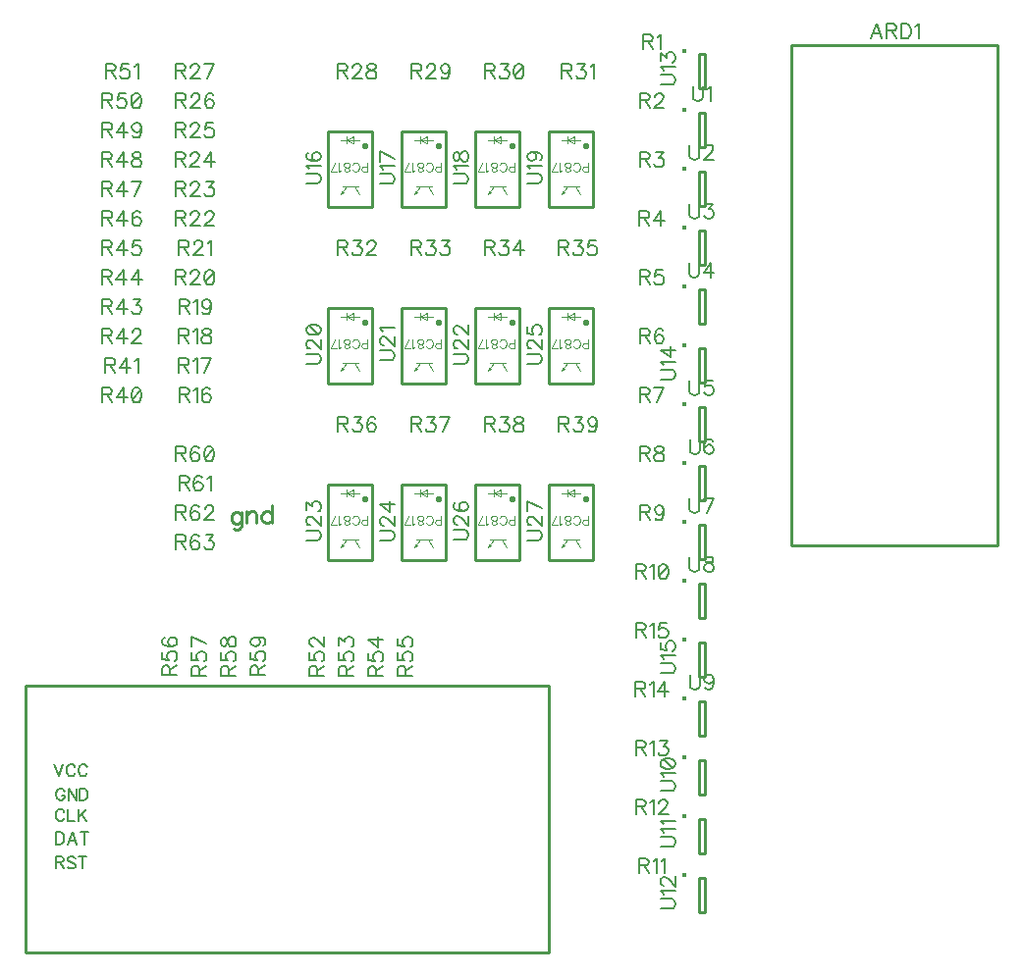
<source format=gbr>
G04 DipTrace 3.0.0.2*
G04 Âåðõíÿÿìàðêèðîâêà.gbr*
%MOIN*%
G04 #@! TF.FileFunction,Legend,Top*
G04 #@! TF.Part,Single*
%ADD10C,0.01*%
%ADD14C,0.010748*%
%ADD20C,0.015422*%
%ADD22C,0.021645*%
%ADD23C,0.003937*%
%ADD24C,0.001969*%
%ADD48C,0.00772*%
%ADD49C,0.009264*%
%ADD50C,0.006176*%
%ADD51C,0.004632*%
%FSLAX26Y26*%
G04*
G70*
G90*
G75*
G01*
G04 TopSilk*
%LPD*%
X3043701Y1843760D2*
D10*
X3743701D1*
Y3543700D1*
X3043701D1*
Y1843760D1*
D20*
X2678992Y3324550D3*
X2729134Y3315349D2*
D10*
Y3197244D1*
X2748819D1*
Y3315349D1*
X2729134D1*
D20*
X2678992Y3124550D3*
X2729134Y3115349D2*
D10*
Y2997244D1*
X2748819D1*
Y3115349D1*
X2729134D1*
D20*
X2678992Y2924550D3*
X2729134Y2915349D2*
D10*
Y2797244D1*
X2748819D1*
Y2915349D1*
X2729134D1*
D20*
X2678992Y2724550D3*
X2729134Y2715349D2*
D10*
Y2597244D1*
X2748819D1*
Y2715349D1*
X2729134D1*
D20*
X2678992Y2324550D3*
X2729134Y2315349D2*
D10*
Y2197244D1*
X2748819D1*
Y2315349D1*
X2729134D1*
D20*
X2678992Y2124550D3*
X2729134Y2115349D2*
D10*
Y1997244D1*
X2748819D1*
Y2115349D1*
X2729134D1*
D20*
X2678992Y1924550D3*
X2729134Y1915349D2*
D10*
Y1797244D1*
X2748819D1*
Y1915349D1*
X2729134D1*
D20*
X2678992Y1724550D3*
X2729134Y1715349D2*
D10*
Y1597244D1*
X2748819D1*
Y1715349D1*
X2729134D1*
D20*
X2678992Y1324550D3*
X2729134Y1315349D2*
D10*
Y1197244D1*
X2748819D1*
Y1315349D1*
X2729134D1*
D20*
X2678992Y1124550D3*
X2729134Y1115349D2*
D10*
Y997244D1*
X2748819D1*
Y1115349D1*
X2729134D1*
D20*
X2678992Y924550D3*
X2729134Y915349D2*
D10*
Y797244D1*
X2748819D1*
Y915349D1*
X2729134D1*
D20*
X2678992Y724550D3*
X2729134Y715349D2*
D10*
Y597244D1*
X2748819D1*
Y715349D1*
X2729134D1*
D20*
X2678992Y3524550D3*
X2729134Y3515349D2*
D10*
Y3397244D1*
X2748819D1*
Y3515349D1*
X2729134D1*
D20*
X2678992Y2524550D3*
X2729134Y2515349D2*
D10*
Y2397244D1*
X2748819D1*
Y2515349D1*
X2729134D1*
D20*
X2678992Y1524550D3*
X2729134Y1515349D2*
D10*
Y1397244D1*
X2748819D1*
Y1515349D1*
X2729134D1*
X1618701Y2993700D2*
Y3249967D1*
X1468701Y2993700D2*
Y3249967D1*
X1618701D2*
X1468701D1*
Y2993700D2*
X1618701D1*
D22*
X1593898Y3200990D3*
X1555506Y3209798D2*
D23*
X1533861Y3221647D1*
X1555506Y3234782D1*
Y3209798D2*
Y3234782D1*
X1531896Y3209833D2*
Y3235442D1*
X1575201Y3221647D2*
D24*
X1512201D1*
X1571256Y3066150D2*
D23*
X1518111D1*
X1512201Y3036614D2*
X1531896Y3064169D1*
X1575201Y3038595D2*
X1559451Y3066150D1*
X1512201Y3036614D2*
X1522041Y3044502D1*
X1512201Y3036614D2*
X1516146Y3048428D1*
X1868701Y2993700D2*
D10*
Y3249967D1*
X1718701Y2993700D2*
Y3249967D1*
X1868701D2*
X1718701D1*
Y2993700D2*
X1868701D1*
D22*
X1843898Y3200990D3*
X1805506Y3209798D2*
D23*
X1783861Y3221647D1*
X1805506Y3234782D1*
Y3209798D2*
Y3234782D1*
X1781896Y3209833D2*
Y3235442D1*
X1825201Y3221647D2*
D24*
X1762201D1*
X1821256Y3066150D2*
D23*
X1768111D1*
X1762201Y3036614D2*
X1781896Y3064169D1*
X1825201Y3038595D2*
X1809451Y3066150D1*
X1762201Y3036614D2*
X1772041Y3044502D1*
X1762201Y3036614D2*
X1766146Y3048428D1*
X2118701Y2993700D2*
D10*
Y3249967D1*
X1968701Y2993700D2*
Y3249967D1*
X2118701D2*
X1968701D1*
Y2993700D2*
X2118701D1*
D22*
X2093898Y3200990D3*
X2055506Y3209798D2*
D23*
X2033861Y3221647D1*
X2055506Y3234782D1*
Y3209798D2*
Y3234782D1*
X2031896Y3209833D2*
Y3235442D1*
X2075201Y3221647D2*
D24*
X2012201D1*
X2071256Y3066150D2*
D23*
X2018111D1*
X2012201Y3036614D2*
X2031896Y3064169D1*
X2075201Y3038595D2*
X2059451Y3066150D1*
X2012201Y3036614D2*
X2022041Y3044502D1*
X2012201Y3036614D2*
X2016146Y3048428D1*
X2368701Y2993700D2*
D10*
Y3249967D1*
X2218701Y2993700D2*
Y3249967D1*
X2368701D2*
X2218701D1*
Y2993700D2*
X2368701D1*
D22*
X2343898Y3200990D3*
X2305506Y3209798D2*
D23*
X2283861Y3221647D1*
X2305506Y3234782D1*
Y3209798D2*
Y3234782D1*
X2281896Y3209833D2*
Y3235442D1*
X2325201Y3221647D2*
D24*
X2262201D1*
X2321256Y3066150D2*
D23*
X2268111D1*
X2262201Y3036614D2*
X2281896Y3064169D1*
X2325201Y3038595D2*
X2309451Y3066150D1*
X2262201Y3036614D2*
X2272041Y3044502D1*
X2262201Y3036614D2*
X2266146Y3048428D1*
X1618701Y2393700D2*
D10*
Y2649967D1*
X1468701Y2393700D2*
Y2649967D1*
X1618701D2*
X1468701D1*
Y2393700D2*
X1618701D1*
D22*
X1593898Y2600990D3*
X1555506Y2609798D2*
D23*
X1533861Y2621647D1*
X1555506Y2634782D1*
Y2609798D2*
Y2634782D1*
X1531896Y2609833D2*
Y2635442D1*
X1575201Y2621647D2*
D24*
X1512201D1*
X1571256Y2466150D2*
D23*
X1518111D1*
X1512201Y2436614D2*
X1531896Y2464169D1*
X1575201Y2438595D2*
X1559451Y2466150D1*
X1512201Y2436614D2*
X1522041Y2444502D1*
X1512201Y2436614D2*
X1516146Y2448428D1*
X1868701Y2393700D2*
D10*
Y2649967D1*
X1718701Y2393700D2*
Y2649967D1*
X1868701D2*
X1718701D1*
Y2393700D2*
X1868701D1*
D22*
X1843898Y2600990D3*
X1805506Y2609798D2*
D23*
X1783861Y2621647D1*
X1805506Y2634782D1*
Y2609798D2*
Y2634782D1*
X1781896Y2609833D2*
Y2635442D1*
X1825201Y2621647D2*
D24*
X1762201D1*
X1821256Y2466150D2*
D23*
X1768111D1*
X1762201Y2436614D2*
X1781896Y2464169D1*
X1825201Y2438595D2*
X1809451Y2466150D1*
X1762201Y2436614D2*
X1772041Y2444502D1*
X1762201Y2436614D2*
X1766146Y2448428D1*
X2118701Y2393700D2*
D10*
Y2649967D1*
X1968701Y2393700D2*
Y2649967D1*
X2118701D2*
X1968701D1*
Y2393700D2*
X2118701D1*
D22*
X2093898Y2600990D3*
X2055506Y2609798D2*
D23*
X2033861Y2621647D1*
X2055506Y2634782D1*
Y2609798D2*
Y2634782D1*
X2031896Y2609833D2*
Y2635442D1*
X2075201Y2621647D2*
D24*
X2012201D1*
X2071256Y2466150D2*
D23*
X2018111D1*
X2012201Y2436614D2*
X2031896Y2464169D1*
X2075201Y2438595D2*
X2059451Y2466150D1*
X2012201Y2436614D2*
X2022041Y2444502D1*
X2012201Y2436614D2*
X2016146Y2448428D1*
X1618701Y1793700D2*
D10*
Y2049967D1*
X1468701Y1793700D2*
Y2049967D1*
X1618701D2*
X1468701D1*
Y1793700D2*
X1618701D1*
D22*
X1593898Y2000990D3*
X1555506Y2009798D2*
D23*
X1533861Y2021647D1*
X1555506Y2034782D1*
Y2009798D2*
Y2034782D1*
X1531896Y2009833D2*
Y2035442D1*
X1575201Y2021647D2*
D24*
X1512201D1*
X1571256Y1866150D2*
D23*
X1518111D1*
X1512201Y1836614D2*
X1531896Y1864169D1*
X1575201Y1838595D2*
X1559451Y1866150D1*
X1512201Y1836614D2*
X1522041Y1844502D1*
X1512201Y1836614D2*
X1516146Y1848428D1*
X1868701Y1793700D2*
D10*
Y2049967D1*
X1718701Y1793700D2*
Y2049967D1*
X1868701D2*
X1718701D1*
Y1793700D2*
X1868701D1*
D22*
X1843898Y2000990D3*
X1805506Y2009798D2*
D23*
X1783861Y2021647D1*
X1805506Y2034782D1*
Y2009798D2*
Y2034782D1*
X1781896Y2009833D2*
Y2035442D1*
X1825201Y2021647D2*
D24*
X1762201D1*
X1821256Y1866150D2*
D23*
X1768111D1*
X1762201Y1836614D2*
X1781896Y1864169D1*
X1825201Y1838595D2*
X1809451Y1866150D1*
X1762201Y1836614D2*
X1772041Y1844502D1*
X1762201Y1836614D2*
X1766146Y1848428D1*
X2368701Y2393700D2*
D10*
Y2649967D1*
X2218701Y2393700D2*
Y2649967D1*
X2368701D2*
X2218701D1*
Y2393700D2*
X2368701D1*
D22*
X2343898Y2600990D3*
X2305506Y2609798D2*
D23*
X2283861Y2621647D1*
X2305506Y2634782D1*
Y2609798D2*
Y2634782D1*
X2281896Y2609833D2*
Y2635442D1*
X2325201Y2621647D2*
D24*
X2262201D1*
X2321256Y2466150D2*
D23*
X2268111D1*
X2262201Y2436614D2*
X2281896Y2464169D1*
X2325201Y2438595D2*
X2309451Y2466150D1*
X2262201Y2436614D2*
X2272041Y2444502D1*
X2262201Y2436614D2*
X2266146Y2448428D1*
X2118701Y1793700D2*
D10*
Y2049967D1*
X1968701Y1793700D2*
Y2049967D1*
X2118701D2*
X1968701D1*
Y1793700D2*
X2118701D1*
D22*
X2093898Y2000990D3*
X2055506Y2009798D2*
D23*
X2033861Y2021647D1*
X2055506Y2034782D1*
Y2009798D2*
Y2034782D1*
X2031896Y2009833D2*
Y2035442D1*
X2075201Y2021647D2*
D24*
X2012201D1*
X2071256Y1866150D2*
D23*
X2018111D1*
X2012201Y1836614D2*
X2031896Y1864169D1*
X2075201Y1838595D2*
X2059451Y1866150D1*
X2012201Y1836614D2*
X2022041Y1844502D1*
X2012201Y1836614D2*
X2016146Y1848428D1*
X2368701Y1793700D2*
D10*
Y2049967D1*
X2218701Y1793700D2*
Y2049967D1*
X2368701D2*
X2218701D1*
Y1793700D2*
X2368701D1*
D22*
X2343898Y2000990D3*
X2305506Y2009798D2*
D23*
X2283861Y2021647D1*
X2305506Y2034782D1*
Y2009798D2*
Y2034782D1*
X2281896Y2009833D2*
Y2035442D1*
X2325201Y2021647D2*
D24*
X2262201D1*
X2321256Y1866150D2*
D23*
X2268111D1*
X2262201Y1836614D2*
X2281896Y1864169D1*
X2325201Y1838595D2*
X2309451Y1866150D1*
X2262201Y1836614D2*
X2272041Y1844502D1*
X2262201Y1836614D2*
X2266146Y1848428D1*
X443701Y1368701D2*
D14*
X2218701D1*
Y462451D1*
X443701D1*
Y1368701D1*
X3350203Y3566683D2*
D48*
X3331024Y3616923D1*
X3311901Y3566683D1*
X3319086Y3583430D2*
X3343018D1*
X3365642Y3592991D2*
X3387142D1*
X3394327Y3595423D1*
X3396759Y3597800D1*
X3399135Y3602553D1*
Y3607362D1*
X3396759Y3612115D1*
X3394327Y3614547D1*
X3387142Y3616923D1*
X3365642D1*
Y3566683D1*
X3382389Y3592991D2*
X3399135Y3566683D1*
X3414575Y3616923D2*
Y3566683D1*
X3431321D1*
X3438506Y3569115D1*
X3443315Y3573868D1*
X3445691Y3578677D1*
X3448068Y3585806D1*
Y3597800D1*
X3445691Y3604985D1*
X3443315Y3609738D1*
X3438506Y3614547D1*
X3431321Y3616923D1*
X3414575D1*
X3463507Y3607306D2*
X3468316Y3609738D1*
X3475501Y3616868D1*
Y3566683D1*
X2538828Y3556772D2*
X2560328D1*
X2567513Y3559204D1*
X2569945Y3561580D1*
X2572322Y3566333D1*
Y3571142D1*
X2569945Y3575895D1*
X2567513Y3578327D1*
X2560328Y3580703D1*
X2538828D1*
Y3530463D1*
X2555575Y3556772D2*
X2572322Y3530463D1*
X2587761Y3571086D2*
X2592569Y3573518D1*
X2599754Y3580648D1*
Y3530463D1*
X2528078Y3356772D2*
X2549578D1*
X2556763Y3359204D1*
X2559195Y3361580D1*
X2561572Y3366333D1*
Y3371142D1*
X2559195Y3375895D1*
X2556763Y3378327D1*
X2549578Y3380703D1*
X2528078D1*
Y3330463D1*
X2544825Y3356772D2*
X2561572Y3330463D1*
X2579443Y3368710D2*
Y3371086D1*
X2581819Y3375895D1*
X2584196Y3378272D1*
X2589004Y3380648D1*
X2598566D1*
X2603319Y3378272D1*
X2605696Y3375895D1*
X2608128Y3371086D1*
Y3366333D1*
X2605696Y3361525D1*
X2600943Y3354395D1*
X2577011Y3330463D1*
X2610504D1*
X2528078Y3156772D2*
X2549578D1*
X2556763Y3159204D1*
X2559195Y3161580D1*
X2561572Y3166333D1*
Y3171142D1*
X2559195Y3175895D1*
X2556763Y3178327D1*
X2549578Y3180703D1*
X2528078D1*
Y3130463D1*
X2544825Y3156772D2*
X2561572Y3130463D1*
X2581819Y3180648D2*
X2608072D1*
X2593758Y3161525D1*
X2600943D1*
X2605696Y3159148D1*
X2608072Y3156772D1*
X2610504Y3149587D1*
Y3144833D1*
X2608072Y3137648D1*
X2603319Y3132840D1*
X2596134Y3130463D1*
X2588949D1*
X2581819Y3132840D1*
X2579443Y3135272D1*
X2577011Y3140025D1*
X2526890Y2956772D2*
X2548390D1*
X2555575Y2959204D1*
X2558007Y2961580D1*
X2560383Y2966333D1*
Y2971142D1*
X2558007Y2975895D1*
X2555575Y2978327D1*
X2548390Y2980703D1*
X2526890D1*
Y2930463D1*
X2543637Y2956772D2*
X2560383Y2930463D1*
X2599754D2*
Y2980648D1*
X2575823Y2947210D1*
X2611693D1*
X2528078Y2756772D2*
X2549578D1*
X2556763Y2759204D1*
X2559195Y2761580D1*
X2561572Y2766333D1*
Y2771142D1*
X2559195Y2775895D1*
X2556763Y2778327D1*
X2549578Y2780703D1*
X2528078D1*
Y2730463D1*
X2544825Y2756772D2*
X2561572Y2730463D1*
X2605696Y2780648D2*
X2581819D1*
X2579443Y2759148D1*
X2581819Y2761525D1*
X2589004Y2763957D1*
X2596134D1*
X2603319Y2761525D1*
X2608128Y2756772D1*
X2610504Y2749587D1*
Y2744833D1*
X2608128Y2737648D1*
X2603319Y2732840D1*
X2596134Y2730463D1*
X2589004D1*
X2581819Y2732840D1*
X2579443Y2735272D1*
X2577011Y2740025D1*
X2529294Y2556772D2*
X2550794D1*
X2557979Y2559204D1*
X2560411Y2561580D1*
X2562788Y2566333D1*
Y2571142D1*
X2560411Y2575895D1*
X2557979Y2578327D1*
X2550794Y2580703D1*
X2529294D1*
Y2530463D1*
X2546041Y2556772D2*
X2562788Y2530463D1*
X2606912Y2573518D2*
X2604535Y2578272D1*
X2597350Y2580648D1*
X2592597D1*
X2585412Y2578272D1*
X2580603Y2571086D1*
X2578227Y2559148D1*
Y2547210D1*
X2580603Y2537648D1*
X2585412Y2532840D1*
X2592597Y2530463D1*
X2594974D1*
X2602103Y2532840D1*
X2606912Y2537648D1*
X2609288Y2544833D1*
Y2547210D1*
X2606912Y2554395D1*
X2602103Y2559148D1*
X2594974Y2561525D1*
X2592597D1*
X2585412Y2559148D1*
X2580603Y2554395D1*
X2578227Y2547210D1*
X2528078Y2356772D2*
X2549578D1*
X2556763Y2359204D1*
X2559195Y2361580D1*
X2561572Y2366333D1*
Y2371142D1*
X2559195Y2375895D1*
X2556763Y2378327D1*
X2549578Y2380703D1*
X2528078D1*
Y2330463D1*
X2544825Y2356772D2*
X2561572Y2330463D1*
X2586573D2*
X2610504Y2380648D1*
X2577011D1*
X2528106Y2156772D2*
X2549606D1*
X2556791Y2159204D1*
X2559223Y2161580D1*
X2561599Y2166333D1*
Y2171142D1*
X2559223Y2175895D1*
X2556791Y2178327D1*
X2549606Y2180703D1*
X2528106D1*
Y2130463D1*
X2544853Y2156772D2*
X2561599Y2130463D1*
X2588977Y2180648D2*
X2581847Y2178272D1*
X2579415Y2173518D1*
Y2168710D1*
X2581847Y2163957D1*
X2586600Y2161525D1*
X2596162Y2159148D1*
X2603347Y2156772D1*
X2608100Y2151963D1*
X2610477Y2147210D1*
Y2140025D1*
X2608100Y2135272D1*
X2605723Y2132840D1*
X2598538Y2130463D1*
X2588977D1*
X2581847Y2132840D1*
X2579415Y2135272D1*
X2577039Y2140025D1*
Y2147210D1*
X2579415Y2151963D1*
X2584224Y2156772D1*
X2591353Y2159148D1*
X2600915Y2161525D1*
X2605723Y2163957D1*
X2608100Y2168710D1*
Y2173518D1*
X2605723Y2178272D1*
X2598538Y2180648D1*
X2588977D1*
X2529267Y1956772D2*
X2550767D1*
X2557952Y1959204D1*
X2560383Y1961580D1*
X2562760Y1966333D1*
Y1971142D1*
X2560383Y1975895D1*
X2557952Y1978327D1*
X2550767Y1980703D1*
X2529267D1*
Y1930463D1*
X2546013Y1956772D2*
X2562760Y1930463D1*
X2609316Y1963957D2*
X2606884Y1956772D1*
X2602131Y1951963D1*
X2594946Y1949587D1*
X2592569D1*
X2585384Y1951963D1*
X2580631Y1956772D1*
X2578199Y1963957D1*
Y1966333D1*
X2580631Y1973518D1*
X2585384Y1978272D1*
X2592569Y1980648D1*
X2594946D1*
X2602131Y1978272D1*
X2606884Y1973518D1*
X2609316Y1963957D1*
Y1951963D1*
X2606884Y1940025D1*
X2602131Y1932840D1*
X2594946Y1930463D1*
X2590193D1*
X2583008Y1932840D1*
X2580631Y1937648D1*
X2514362Y1756772D2*
X2535862D1*
X2543047Y1759204D1*
X2545479Y1761580D1*
X2547855Y1766333D1*
Y1771142D1*
X2545479Y1775895D1*
X2543047Y1778327D1*
X2535862Y1780703D1*
X2514362D1*
Y1730463D1*
X2531109Y1756772D2*
X2547855Y1730463D1*
X2563295Y1771086D2*
X2568103Y1773518D1*
X2575288Y1780648D1*
Y1730463D1*
X2605097Y1780648D2*
X2597912Y1778272D1*
X2593104Y1771086D1*
X2590727Y1759148D1*
Y1751963D1*
X2593104Y1740025D1*
X2597912Y1732840D1*
X2605097Y1730463D1*
X2609851D1*
X2617036Y1732840D1*
X2621789Y1740025D1*
X2624221Y1751963D1*
Y1759148D1*
X2621789Y1771086D1*
X2617036Y1778272D1*
X2609851Y1780648D1*
X2605097D1*
X2621789Y1771086D2*
X2593104Y1740025D1*
X2525112Y756772D2*
X2546612D1*
X2553797Y759204D1*
X2556229Y761580D1*
X2558605Y766333D1*
Y771142D1*
X2556229Y775895D1*
X2553797Y778327D1*
X2546612Y780703D1*
X2525112D1*
Y730463D1*
X2541859Y756772D2*
X2558605Y730463D1*
X2574045Y771086D2*
X2578853Y773518D1*
X2586038Y780648D1*
Y730463D1*
X2601477Y771086D2*
X2606286Y773518D1*
X2613471Y780648D1*
Y730463D1*
X2514362Y956772D2*
X2535862D1*
X2543047Y959204D1*
X2545479Y961580D1*
X2547855Y966333D1*
Y971142D1*
X2545479Y975895D1*
X2543047Y978327D1*
X2535862Y980703D1*
X2514362D1*
Y930463D1*
X2531109Y956772D2*
X2547855Y930463D1*
X2563295Y971086D2*
X2568103Y973518D1*
X2575288Y980648D1*
Y930463D1*
X2593159Y968710D2*
Y971086D1*
X2595536Y975895D1*
X2597912Y978272D1*
X2602721Y980648D1*
X2612282D1*
X2617036Y978272D1*
X2619412Y975895D1*
X2621844Y971086D1*
Y966333D1*
X2619412Y961525D1*
X2614659Y954395D1*
X2590727Y930463D1*
X2624221D1*
X2514362Y1156772D2*
X2535862D1*
X2543047Y1159204D1*
X2545479Y1161580D1*
X2547855Y1166333D1*
Y1171142D1*
X2545479Y1175895D1*
X2543047Y1178327D1*
X2535862Y1180703D1*
X2514362D1*
Y1130463D1*
X2531109Y1156772D2*
X2547855Y1130463D1*
X2563295Y1171086D2*
X2568103Y1173518D1*
X2575288Y1180648D1*
Y1130463D1*
X2595536Y1180648D2*
X2621789D1*
X2607474Y1161525D1*
X2614659D1*
X2619412Y1159148D1*
X2621789Y1156772D1*
X2624221Y1149587D1*
Y1144833D1*
X2621789Y1137648D1*
X2617036Y1132840D1*
X2609851Y1130463D1*
X2602666D1*
X2595536Y1132840D1*
X2593159Y1135272D1*
X2590727Y1140025D1*
X2513174Y1356772D2*
X2534674D1*
X2541859Y1359204D1*
X2544290Y1361580D1*
X2546667Y1366333D1*
Y1371142D1*
X2544290Y1375895D1*
X2541859Y1378327D1*
X2534674Y1380703D1*
X2513174D1*
Y1330463D1*
X2529920Y1356772D2*
X2546667Y1330463D1*
X2562106Y1371086D2*
X2566915Y1373518D1*
X2574100Y1380648D1*
Y1330463D1*
X2613471D2*
Y1380648D1*
X2589539Y1347210D1*
X2625409D1*
X2514362Y1556772D2*
X2535862D1*
X2543047Y1559204D1*
X2545479Y1561580D1*
X2547855Y1566333D1*
Y1571142D1*
X2545479Y1575895D1*
X2543047Y1578327D1*
X2535862Y1580703D1*
X2514362D1*
Y1530463D1*
X2531109Y1556772D2*
X2547855Y1530463D1*
X2563295Y1571086D2*
X2568103Y1573518D1*
X2575288Y1580648D1*
Y1530463D1*
X2619412Y1580648D2*
X2595536D1*
X2593159Y1559148D1*
X2595536Y1561525D1*
X2602721Y1563957D1*
X2609851D1*
X2617036Y1561525D1*
X2621844Y1556772D1*
X2624221Y1549587D1*
Y1544833D1*
X2621844Y1537648D1*
X2617036Y1532840D1*
X2609851Y1530463D1*
X2602721D1*
X2595536Y1532840D1*
X2593159Y1535272D1*
X2590727Y1540025D1*
X964397Y2356772D2*
X985897D1*
X993082Y2359204D1*
X995514Y2361580D1*
X997890Y2366333D1*
Y2371142D1*
X995514Y2375895D1*
X993082Y2378327D1*
X985897Y2380703D1*
X964397D1*
Y2330463D1*
X981144Y2356772D2*
X997890Y2330463D1*
X1013329Y2371086D2*
X1018138Y2373518D1*
X1025323Y2380648D1*
Y2330463D1*
X1069447Y2373518D2*
X1067070Y2378272D1*
X1059885Y2380648D1*
X1055132D1*
X1047947Y2378272D1*
X1043139Y2371086D1*
X1040762Y2359148D1*
Y2347210D1*
X1043139Y2337648D1*
X1047947Y2332840D1*
X1055132Y2330463D1*
X1057509D1*
X1064639Y2332840D1*
X1069447Y2337648D1*
X1071824Y2344833D1*
Y2347210D1*
X1069447Y2354395D1*
X1064639Y2359148D1*
X1057509Y2361525D1*
X1055132D1*
X1047947Y2359148D1*
X1043139Y2354395D1*
X1040762Y2347210D1*
X963181Y2456772D2*
X984681D1*
X991866Y2459204D1*
X994298Y2461580D1*
X996674Y2466333D1*
Y2471142D1*
X994298Y2475895D1*
X991866Y2478327D1*
X984681Y2480703D1*
X963181D1*
Y2430463D1*
X979928Y2456772D2*
X996674Y2430463D1*
X1012113Y2471086D2*
X1016922Y2473518D1*
X1024107Y2480648D1*
Y2430463D1*
X1049108D2*
X1073040Y2480648D1*
X1039546D1*
X963209Y2556772D2*
X984708D1*
X991893Y2559204D1*
X994325Y2561580D1*
X996702Y2566333D1*
Y2571142D1*
X994325Y2575895D1*
X991893Y2578327D1*
X984708Y2580703D1*
X963209D1*
Y2530463D1*
X979955Y2556772D2*
X996702Y2530463D1*
X1012141Y2571086D2*
X1016950Y2573518D1*
X1024135Y2580648D1*
Y2530463D1*
X1051512Y2580648D2*
X1044382Y2578272D1*
X1041950Y2573518D1*
Y2568710D1*
X1044382Y2563957D1*
X1049135Y2561525D1*
X1058697Y2559148D1*
X1065882Y2556772D1*
X1070635Y2551963D1*
X1073012Y2547210D1*
Y2540025D1*
X1070635Y2535272D1*
X1068259Y2532840D1*
X1061074Y2530463D1*
X1051512D1*
X1044382Y2532840D1*
X1041950Y2535272D1*
X1039574Y2540025D1*
Y2547210D1*
X1041950Y2551963D1*
X1046759Y2556772D1*
X1053889Y2559148D1*
X1063450Y2561525D1*
X1068259Y2563957D1*
X1070635Y2568710D1*
Y2573518D1*
X1068259Y2578272D1*
X1061074Y2580648D1*
X1051512D1*
X964369Y2656772D2*
X985869D1*
X993054Y2659204D1*
X995486Y2661580D1*
X997863Y2666333D1*
Y2671142D1*
X995486Y2675895D1*
X993054Y2678327D1*
X985869Y2680703D1*
X964369D1*
Y2630463D1*
X981116Y2656772D2*
X997863Y2630463D1*
X1013302Y2671086D2*
X1018110Y2673518D1*
X1025295Y2680648D1*
Y2630463D1*
X1071851Y2663957D2*
X1069419Y2656772D1*
X1064666Y2651963D1*
X1057481Y2649587D1*
X1055105D1*
X1047920Y2651963D1*
X1043166Y2656772D1*
X1040735Y2663957D1*
Y2666333D1*
X1043166Y2673518D1*
X1047920Y2678272D1*
X1055105Y2680648D1*
X1057481D1*
X1064666Y2678272D1*
X1069419Y2673518D1*
X1071851Y2663957D1*
Y2651963D1*
X1069419Y2640025D1*
X1064666Y2632840D1*
X1057481Y2630463D1*
X1052728D1*
X1045543Y2632840D1*
X1043166Y2637648D1*
X952431Y2756772D2*
X973931D1*
X981116Y2759204D1*
X983548Y2761580D1*
X985924Y2766333D1*
Y2771142D1*
X983548Y2775895D1*
X981116Y2778327D1*
X973931Y2780703D1*
X952431D1*
Y2730463D1*
X969178Y2756772D2*
X985924Y2730463D1*
X1003795Y2768710D2*
Y2771086D1*
X1006172Y2775895D1*
X1008549Y2778272D1*
X1013357Y2780648D1*
X1022919D1*
X1027672Y2778272D1*
X1030048Y2775895D1*
X1032480Y2771086D1*
Y2766333D1*
X1030048Y2761525D1*
X1025295Y2754395D1*
X1001364Y2730463D1*
X1034857D1*
X1064666Y2780648D2*
X1057481Y2778272D1*
X1052673Y2771086D1*
X1050296Y2759148D1*
Y2751963D1*
X1052673Y2740025D1*
X1057481Y2732840D1*
X1064666Y2730463D1*
X1069419D1*
X1076604Y2732840D1*
X1081358Y2740025D1*
X1083789Y2751963D1*
Y2759148D1*
X1081358Y2771086D1*
X1076604Y2778272D1*
X1069419Y2780648D1*
X1064666D1*
X1081358Y2771086D2*
X1052673Y2740025D1*
X963181Y2856772D2*
X984681D1*
X991866Y2859204D1*
X994298Y2861580D1*
X996674Y2866333D1*
Y2871142D1*
X994298Y2875895D1*
X991866Y2878327D1*
X984681Y2880703D1*
X963181D1*
Y2830463D1*
X979928Y2856772D2*
X996674Y2830463D1*
X1014545Y2868710D2*
Y2871086D1*
X1016922Y2875895D1*
X1019299Y2878272D1*
X1024107Y2880648D1*
X1033669D1*
X1038422Y2878272D1*
X1040798Y2875895D1*
X1043230Y2871086D1*
Y2866333D1*
X1040798Y2861525D1*
X1036045Y2854395D1*
X1012113Y2830463D1*
X1045607D1*
X1061046Y2871086D2*
X1065855Y2873518D1*
X1073040Y2880648D1*
Y2830463D1*
X952431Y2956772D2*
X973931D1*
X981116Y2959204D1*
X983548Y2961580D1*
X985924Y2966333D1*
Y2971142D1*
X983548Y2975895D1*
X981116Y2978327D1*
X973931Y2980703D1*
X952431D1*
Y2930463D1*
X969178Y2956772D2*
X985924Y2930463D1*
X1003795Y2968710D2*
Y2971086D1*
X1006172Y2975895D1*
X1008549Y2978272D1*
X1013357Y2980648D1*
X1022919D1*
X1027672Y2978272D1*
X1030048Y2975895D1*
X1032480Y2971086D1*
Y2966333D1*
X1030048Y2961525D1*
X1025295Y2954395D1*
X1001364Y2930463D1*
X1034857D1*
X1052728Y2968710D2*
Y2971086D1*
X1055105Y2975895D1*
X1057481Y2978272D1*
X1062290Y2980648D1*
X1071851D1*
X1076604Y2978272D1*
X1078981Y2975895D1*
X1081413Y2971086D1*
Y2966333D1*
X1078981Y2961525D1*
X1074228Y2954395D1*
X1050296Y2930463D1*
X1083789D1*
X952431Y3056772D2*
X973931D1*
X981116Y3059204D1*
X983548Y3061580D1*
X985924Y3066333D1*
Y3071142D1*
X983548Y3075895D1*
X981116Y3078327D1*
X973931Y3080703D1*
X952431D1*
Y3030463D1*
X969178Y3056772D2*
X985924Y3030463D1*
X1003795Y3068710D2*
Y3071086D1*
X1006172Y3075895D1*
X1008549Y3078272D1*
X1013357Y3080648D1*
X1022919D1*
X1027672Y3078272D1*
X1030048Y3075895D1*
X1032480Y3071086D1*
Y3066333D1*
X1030048Y3061525D1*
X1025295Y3054395D1*
X1001364Y3030463D1*
X1034857D1*
X1055105Y3080648D2*
X1081358D1*
X1067043Y3061525D1*
X1074228D1*
X1078981Y3059148D1*
X1081358Y3056772D1*
X1083789Y3049587D1*
Y3044833D1*
X1081358Y3037648D1*
X1076604Y3032840D1*
X1069419Y3030463D1*
X1062234D1*
X1055105Y3032840D1*
X1052728Y3035272D1*
X1050296Y3040025D1*
X951243Y3156772D2*
X972743D1*
X979928Y3159204D1*
X982359Y3161580D1*
X984736Y3166333D1*
Y3171142D1*
X982359Y3175895D1*
X979928Y3178327D1*
X972743Y3180703D1*
X951243D1*
Y3130463D1*
X967989Y3156772D2*
X984736Y3130463D1*
X1002607Y3168710D2*
Y3171086D1*
X1004984Y3175895D1*
X1007360Y3178272D1*
X1012169Y3180648D1*
X1021730D1*
X1026484Y3178272D1*
X1028860Y3175895D1*
X1031292Y3171086D1*
Y3166333D1*
X1028860Y3161525D1*
X1024107Y3154395D1*
X1000175Y3130463D1*
X1033669D1*
X1073040D2*
Y3180648D1*
X1049108Y3147210D1*
X1084978D1*
X952431Y3256772D2*
X973931D1*
X981116Y3259204D1*
X983548Y3261580D1*
X985924Y3266333D1*
Y3271142D1*
X983548Y3275895D1*
X981116Y3278327D1*
X973931Y3280703D1*
X952431D1*
Y3230463D1*
X969178Y3256772D2*
X985924Y3230463D1*
X1003795Y3268710D2*
Y3271086D1*
X1006172Y3275895D1*
X1008549Y3278272D1*
X1013357Y3280648D1*
X1022919D1*
X1027672Y3278272D1*
X1030048Y3275895D1*
X1032480Y3271086D1*
Y3266333D1*
X1030048Y3261525D1*
X1025295Y3254395D1*
X1001364Y3230463D1*
X1034857D1*
X1078981Y3280648D2*
X1055105D1*
X1052728Y3259148D1*
X1055105Y3261525D1*
X1062290Y3263957D1*
X1069419D1*
X1076604Y3261525D1*
X1081413Y3256772D1*
X1083789Y3249587D1*
Y3244833D1*
X1081413Y3237648D1*
X1076604Y3232840D1*
X1069419Y3230463D1*
X1062290D1*
X1055105Y3232840D1*
X1052728Y3235272D1*
X1050296Y3240025D1*
X953647Y3356772D2*
X975147D1*
X982332Y3359204D1*
X984764Y3361580D1*
X987140Y3366333D1*
Y3371142D1*
X984764Y3375895D1*
X982332Y3378327D1*
X975147Y3380703D1*
X953647D1*
Y3330463D1*
X970394Y3356772D2*
X987140Y3330463D1*
X1005011Y3368710D2*
Y3371086D1*
X1007388Y3375895D1*
X1009765Y3378272D1*
X1014573Y3380648D1*
X1024135D1*
X1028888Y3378272D1*
X1031264Y3375895D1*
X1033696Y3371086D1*
Y3366333D1*
X1031264Y3361525D1*
X1026511Y3354395D1*
X1002579Y3330463D1*
X1036073D1*
X1080197Y3373518D2*
X1077820Y3378272D1*
X1070635Y3380648D1*
X1065882D1*
X1058697Y3378272D1*
X1053889Y3371086D1*
X1051512Y3359148D1*
Y3347210D1*
X1053889Y3337648D1*
X1058697Y3332840D1*
X1065882Y3330463D1*
X1068259D1*
X1075389Y3332840D1*
X1080197Y3337648D1*
X1082574Y3344833D1*
Y3347210D1*
X1080197Y3354395D1*
X1075389Y3359148D1*
X1068259Y3361525D1*
X1065882D1*
X1058697Y3359148D1*
X1053889Y3354395D1*
X1051512Y3347210D1*
X952431Y3456772D2*
X973931D1*
X981116Y3459204D1*
X983548Y3461580D1*
X985924Y3466333D1*
Y3471142D1*
X983548Y3475895D1*
X981116Y3478327D1*
X973931Y3480703D1*
X952431D1*
Y3430463D1*
X969178Y3456772D2*
X985924Y3430463D1*
X1003795Y3468710D2*
Y3471086D1*
X1006172Y3475895D1*
X1008549Y3478272D1*
X1013357Y3480648D1*
X1022919D1*
X1027672Y3478272D1*
X1030048Y3475895D1*
X1032480Y3471086D1*
Y3466333D1*
X1030048Y3461525D1*
X1025295Y3454395D1*
X1001364Y3430463D1*
X1034857D1*
X1059858D2*
X1083789Y3480648D1*
X1050296D1*
X1502459Y3456772D2*
X1523958D1*
X1531144Y3459204D1*
X1533575Y3461580D1*
X1535952Y3466333D1*
Y3471142D1*
X1533575Y3475895D1*
X1531144Y3478327D1*
X1523958Y3480703D1*
X1502459D1*
Y3430463D1*
X1519205Y3456772D2*
X1535952Y3430463D1*
X1553823Y3468710D2*
Y3471086D1*
X1556200Y3475895D1*
X1558576Y3478272D1*
X1563385Y3480648D1*
X1572946D1*
X1577700Y3478272D1*
X1580076Y3475895D1*
X1582508Y3471086D1*
Y3466333D1*
X1580076Y3461525D1*
X1575323Y3454395D1*
X1551391Y3430463D1*
X1584885D1*
X1612262Y3480648D2*
X1605132Y3478272D1*
X1602700Y3473518D1*
Y3468710D1*
X1605132Y3463957D1*
X1609885Y3461525D1*
X1619447Y3459148D1*
X1626632Y3456772D1*
X1631385Y3451963D1*
X1633762Y3447210D1*
Y3440025D1*
X1631385Y3435272D1*
X1629009Y3432840D1*
X1621824Y3430463D1*
X1612262D1*
X1605132Y3432840D1*
X1602700Y3435272D1*
X1600324Y3440025D1*
Y3447210D1*
X1602700Y3451963D1*
X1607509Y3456772D1*
X1614639Y3459148D1*
X1624200Y3461525D1*
X1629009Y3463957D1*
X1631385Y3468710D1*
Y3473518D1*
X1629009Y3478272D1*
X1621824Y3480648D1*
X1612262D1*
X1753619Y3456772D2*
X1775119D1*
X1782304Y3459204D1*
X1784736Y3461580D1*
X1787113Y3466333D1*
Y3471142D1*
X1784736Y3475895D1*
X1782304Y3478327D1*
X1775119Y3480703D1*
X1753619D1*
Y3430463D1*
X1770366Y3456772D2*
X1787113Y3430463D1*
X1804984Y3468710D2*
Y3471086D1*
X1807360Y3475895D1*
X1809737Y3478272D1*
X1814545Y3480648D1*
X1824107D1*
X1828860Y3478272D1*
X1831237Y3475895D1*
X1833669Y3471086D1*
Y3466333D1*
X1831237Y3461525D1*
X1826484Y3454395D1*
X1802552Y3430463D1*
X1836045D1*
X1882601Y3463957D2*
X1880169Y3456772D1*
X1875416Y3451963D1*
X1868231Y3449587D1*
X1865855D1*
X1858669Y3451963D1*
X1853916Y3456772D1*
X1851484Y3463957D1*
Y3466333D1*
X1853916Y3473518D1*
X1858669Y3478272D1*
X1865855Y3480648D1*
X1868231D1*
X1875416Y3478272D1*
X1880169Y3473518D1*
X1882601Y3463957D1*
Y3451963D1*
X1880169Y3440025D1*
X1875416Y3432840D1*
X1868231Y3430463D1*
X1863478D1*
X1856293Y3432840D1*
X1853916Y3437648D1*
X2002431Y3456772D2*
X2023931D1*
X2031116Y3459204D1*
X2033548Y3461580D1*
X2035924Y3466333D1*
Y3471142D1*
X2033548Y3475895D1*
X2031116Y3478327D1*
X2023931Y3480703D1*
X2002431D1*
Y3430463D1*
X2019178Y3456772D2*
X2035924Y3430463D1*
X2056172Y3480648D2*
X2082425D1*
X2068110Y3461525D1*
X2075295D1*
X2080048Y3459148D1*
X2082425Y3456772D1*
X2084857Y3449587D1*
Y3444833D1*
X2082425Y3437648D1*
X2077672Y3432840D1*
X2070487Y3430463D1*
X2063302D1*
X2056172Y3432840D1*
X2053795Y3435272D1*
X2051364Y3440025D1*
X2114666Y3480648D2*
X2107481Y3478272D1*
X2102673Y3471086D1*
X2100296Y3459148D1*
Y3451963D1*
X2102673Y3440025D1*
X2107481Y3432840D1*
X2114666Y3430463D1*
X2119419D1*
X2126604Y3432840D1*
X2131358Y3440025D1*
X2133789Y3451963D1*
Y3459148D1*
X2131358Y3471086D1*
X2126604Y3478272D1*
X2119419Y3480648D1*
X2114666D1*
X2131358Y3471086D2*
X2102673Y3440025D1*
X2263181Y3456772D2*
X2284681D1*
X2291866Y3459204D1*
X2294298Y3461580D1*
X2296674Y3466333D1*
Y3471142D1*
X2294298Y3475895D1*
X2291866Y3478327D1*
X2284681Y3480703D1*
X2263181D1*
Y3430463D1*
X2279928Y3456772D2*
X2296674Y3430463D1*
X2316922Y3480648D2*
X2343175D1*
X2328860Y3461525D1*
X2336045D1*
X2340798Y3459148D1*
X2343175Y3456772D1*
X2345607Y3449587D1*
Y3444833D1*
X2343175Y3437648D1*
X2338422Y3432840D1*
X2331237Y3430463D1*
X2324052D1*
X2316922Y3432840D1*
X2314545Y3435272D1*
X2312113Y3440025D1*
X2361046Y3471086D2*
X2365855Y3473518D1*
X2373040Y3480648D1*
Y3430463D1*
X1502431Y2856772D2*
X1523931D1*
X1531116Y2859204D1*
X1533548Y2861580D1*
X1535924Y2866333D1*
Y2871142D1*
X1533548Y2875895D1*
X1531116Y2878327D1*
X1523931Y2880703D1*
X1502431D1*
Y2830463D1*
X1519178Y2856772D2*
X1535924Y2830463D1*
X1556172Y2880648D2*
X1582425D1*
X1568110Y2861525D1*
X1575295D1*
X1580048Y2859148D1*
X1582425Y2856772D1*
X1584857Y2849587D1*
Y2844833D1*
X1582425Y2837648D1*
X1577672Y2832840D1*
X1570487Y2830463D1*
X1563302D1*
X1556172Y2832840D1*
X1553795Y2835272D1*
X1551364Y2840025D1*
X1602728Y2868710D2*
Y2871086D1*
X1605105Y2875895D1*
X1607481Y2878272D1*
X1612290Y2880648D1*
X1621851D1*
X1626604Y2878272D1*
X1628981Y2875895D1*
X1631413Y2871086D1*
Y2866333D1*
X1628981Y2861525D1*
X1624228Y2854395D1*
X1600296Y2830463D1*
X1633789D1*
X1752431Y2856772D2*
X1773931D1*
X1781116Y2859204D1*
X1783548Y2861580D1*
X1785924Y2866333D1*
Y2871142D1*
X1783548Y2875895D1*
X1781116Y2878327D1*
X1773931Y2880703D1*
X1752431D1*
Y2830463D1*
X1769178Y2856772D2*
X1785924Y2830463D1*
X1806172Y2880648D2*
X1832425D1*
X1818110Y2861525D1*
X1825295D1*
X1830048Y2859148D1*
X1832425Y2856772D1*
X1834857Y2849587D1*
Y2844833D1*
X1832425Y2837648D1*
X1827672Y2832840D1*
X1820487Y2830463D1*
X1813302D1*
X1806172Y2832840D1*
X1803795Y2835272D1*
X1801364Y2840025D1*
X1855105Y2880648D2*
X1881358D1*
X1867043Y2861525D1*
X1874228D1*
X1878981Y2859148D1*
X1881358Y2856772D1*
X1883789Y2849587D1*
Y2844833D1*
X1881358Y2837648D1*
X1876604Y2832840D1*
X1869419Y2830463D1*
X1862234D1*
X1855105Y2832840D1*
X1852728Y2835272D1*
X1850296Y2840025D1*
X2001243Y2856772D2*
X2022743D1*
X2029928Y2859204D1*
X2032359Y2861580D1*
X2034736Y2866333D1*
Y2871142D1*
X2032359Y2875895D1*
X2029928Y2878327D1*
X2022743Y2880703D1*
X2001243D1*
Y2830463D1*
X2017989Y2856772D2*
X2034736Y2830463D1*
X2054984Y2880648D2*
X2081237D1*
X2066922Y2861525D1*
X2074107D1*
X2078860Y2859148D1*
X2081237Y2856772D1*
X2083669Y2849587D1*
Y2844833D1*
X2081237Y2837648D1*
X2076484Y2832840D1*
X2069299Y2830463D1*
X2062113D1*
X2054984Y2832840D1*
X2052607Y2835272D1*
X2050175Y2840025D1*
X2123040Y2830463D2*
Y2880648D1*
X2099108Y2847210D1*
X2134978D1*
X2252431Y2856772D2*
X2273931D1*
X2281116Y2859204D1*
X2283548Y2861580D1*
X2285924Y2866333D1*
Y2871142D1*
X2283548Y2875895D1*
X2281116Y2878327D1*
X2273931Y2880703D1*
X2252431D1*
Y2830463D1*
X2269178Y2856772D2*
X2285924Y2830463D1*
X2306172Y2880648D2*
X2332425D1*
X2318110Y2861525D1*
X2325295D1*
X2330048Y2859148D1*
X2332425Y2856772D1*
X2334857Y2849587D1*
Y2844833D1*
X2332425Y2837648D1*
X2327672Y2832840D1*
X2320487Y2830463D1*
X2313302D1*
X2306172Y2832840D1*
X2303795Y2835272D1*
X2301364Y2840025D1*
X2378981Y2880648D2*
X2355105D1*
X2352728Y2859148D1*
X2355105Y2861525D1*
X2362290Y2863957D1*
X2369419D1*
X2376604Y2861525D1*
X2381413Y2856772D1*
X2383789Y2849587D1*
Y2844833D1*
X2381413Y2837648D1*
X2376604Y2832840D1*
X2369419Y2830463D1*
X2362290D1*
X2355105Y2832840D1*
X2352728Y2835272D1*
X2350296Y2840025D1*
X1503647Y2256772D2*
X1525147D1*
X1532332Y2259204D1*
X1534764Y2261580D1*
X1537140Y2266333D1*
Y2271142D1*
X1534764Y2275895D1*
X1532332Y2278327D1*
X1525147Y2280703D1*
X1503647D1*
Y2230463D1*
X1520394Y2256772D2*
X1537140Y2230463D1*
X1557388Y2280648D2*
X1583641D1*
X1569326Y2261525D1*
X1576511D1*
X1581264Y2259148D1*
X1583641Y2256772D1*
X1586073Y2249587D1*
Y2244833D1*
X1583641Y2237648D1*
X1578888Y2232840D1*
X1571703Y2230463D1*
X1564518D1*
X1557388Y2232840D1*
X1555011Y2235272D1*
X1552579Y2240025D1*
X1630197Y2273518D2*
X1627820Y2278272D1*
X1620635Y2280648D1*
X1615882D1*
X1608697Y2278272D1*
X1603889Y2271086D1*
X1601512Y2259148D1*
Y2247210D1*
X1603889Y2237648D1*
X1608697Y2232840D1*
X1615882Y2230463D1*
X1618259D1*
X1625389Y2232840D1*
X1630197Y2237648D1*
X1632574Y2244833D1*
Y2247210D1*
X1630197Y2254395D1*
X1625389Y2259148D1*
X1618259Y2261525D1*
X1615882D1*
X1608697Y2259148D1*
X1603889Y2254395D1*
X1601512Y2247210D1*
X1752431Y2256772D2*
X1773931D1*
X1781116Y2259204D1*
X1783548Y2261580D1*
X1785924Y2266333D1*
Y2271142D1*
X1783548Y2275895D1*
X1781116Y2278327D1*
X1773931Y2280703D1*
X1752431D1*
Y2230463D1*
X1769178Y2256772D2*
X1785924Y2230463D1*
X1806172Y2280648D2*
X1832425D1*
X1818110Y2261525D1*
X1825295D1*
X1830048Y2259148D1*
X1832425Y2256772D1*
X1834857Y2249587D1*
Y2244833D1*
X1832425Y2237648D1*
X1827672Y2232840D1*
X1820487Y2230463D1*
X1813302D1*
X1806172Y2232840D1*
X1803795Y2235272D1*
X1801364Y2240025D1*
X1859858Y2230463D2*
X1883789Y2280648D1*
X1850296D1*
X2002459Y2256772D2*
X2023958D1*
X2031144Y2259204D1*
X2033575Y2261580D1*
X2035952Y2266333D1*
Y2271142D1*
X2033575Y2275895D1*
X2031144Y2278327D1*
X2023958Y2280703D1*
X2002459D1*
Y2230463D1*
X2019205Y2256772D2*
X2035952Y2230463D1*
X2056200Y2280648D2*
X2082453D1*
X2068138Y2261525D1*
X2075323D1*
X2080076Y2259148D1*
X2082453Y2256772D1*
X2084885Y2249587D1*
Y2244833D1*
X2082453Y2237648D1*
X2077700Y2232840D1*
X2070514Y2230463D1*
X2063329D1*
X2056200Y2232840D1*
X2053823Y2235272D1*
X2051391Y2240025D1*
X2112262Y2280648D2*
X2105132Y2278272D1*
X2102700Y2273518D1*
Y2268710D1*
X2105132Y2263957D1*
X2109885Y2261525D1*
X2119447Y2259148D1*
X2126632Y2256772D1*
X2131385Y2251963D1*
X2133762Y2247210D1*
Y2240025D1*
X2131385Y2235272D1*
X2129009Y2232840D1*
X2121824Y2230463D1*
X2112262D1*
X2105132Y2232840D1*
X2102700Y2235272D1*
X2100324Y2240025D1*
Y2247210D1*
X2102700Y2251963D1*
X2107509Y2256772D1*
X2114639Y2259148D1*
X2124200Y2261525D1*
X2129009Y2263957D1*
X2131385Y2268710D1*
Y2273518D1*
X2129009Y2278272D1*
X2121824Y2280648D1*
X2112262D1*
X2253619Y2256772D2*
X2275119D1*
X2282304Y2259204D1*
X2284736Y2261580D1*
X2287113Y2266333D1*
Y2271142D1*
X2284736Y2275895D1*
X2282304Y2278327D1*
X2275119Y2280703D1*
X2253619D1*
Y2230463D1*
X2270366Y2256772D2*
X2287113Y2230463D1*
X2307360Y2280648D2*
X2333613D1*
X2319299Y2261525D1*
X2326484D1*
X2331237Y2259148D1*
X2333613Y2256772D1*
X2336045Y2249587D1*
Y2244833D1*
X2333613Y2237648D1*
X2328860Y2232840D1*
X2321675Y2230463D1*
X2314490D1*
X2307360Y2232840D1*
X2304984Y2235272D1*
X2302552Y2240025D1*
X2382601Y2263957D2*
X2380169Y2256772D1*
X2375416Y2251963D1*
X2368231Y2249587D1*
X2365855D1*
X2358669Y2251963D1*
X2353916Y2256772D1*
X2351484Y2263957D1*
Y2266333D1*
X2353916Y2273518D1*
X2358669Y2278272D1*
X2365855Y2280648D1*
X2368231D1*
X2375416Y2278272D1*
X2380169Y2273518D1*
X2382601Y2263957D1*
Y2251963D1*
X2380169Y2240025D1*
X2375416Y2232840D1*
X2368231Y2230463D1*
X2363478D1*
X2356293Y2232840D1*
X2353916Y2237648D1*
X702424Y2356772D2*
X723924D1*
X731109Y2359204D1*
X733541Y2361580D1*
X735917Y2366333D1*
Y2371142D1*
X733541Y2375895D1*
X731109Y2378327D1*
X723924Y2380703D1*
X702424D1*
Y2330463D1*
X719170Y2356772D2*
X735917Y2330463D1*
X775288D2*
Y2380648D1*
X751356Y2347210D1*
X787226D1*
X817036Y2380648D2*
X809851Y2378272D1*
X805042Y2371086D1*
X802666Y2359148D1*
Y2351963D1*
X805042Y2340025D1*
X809851Y2332840D1*
X817036Y2330463D1*
X821789D1*
X828974Y2332840D1*
X833727Y2340025D1*
X836159Y2351963D1*
Y2359148D1*
X833727Y2371086D1*
X828974Y2378272D1*
X821789Y2380648D1*
X817036D1*
X833727Y2371086D2*
X805042Y2340025D1*
X713174Y2456772D2*
X734674D1*
X741859Y2459204D1*
X744290Y2461580D1*
X746667Y2466333D1*
Y2471142D1*
X744290Y2475895D1*
X741859Y2478327D1*
X734674Y2480703D1*
X713174D1*
Y2430463D1*
X729920Y2456772D2*
X746667Y2430463D1*
X786038D2*
Y2480648D1*
X762106Y2447210D1*
X797976D1*
X813415Y2471086D2*
X818224Y2473518D1*
X825409Y2480648D1*
Y2430463D1*
X702424Y2556772D2*
X723924D1*
X731109Y2559204D1*
X733541Y2561580D1*
X735917Y2566333D1*
Y2571142D1*
X733541Y2575895D1*
X731109Y2578327D1*
X723924Y2580703D1*
X702424D1*
Y2530463D1*
X719170Y2556772D2*
X735917Y2530463D1*
X775288D2*
Y2580648D1*
X751356Y2547210D1*
X787226D1*
X805097Y2568710D2*
Y2571086D1*
X807474Y2575895D1*
X809851Y2578272D1*
X814659Y2580648D1*
X824221D1*
X828974Y2578272D1*
X831350Y2575895D1*
X833782Y2571086D1*
Y2566333D1*
X831350Y2561525D1*
X826597Y2554395D1*
X802666Y2530463D1*
X836159D1*
X702424Y2656772D2*
X723924D1*
X731109Y2659204D1*
X733541Y2661580D1*
X735917Y2666333D1*
Y2671142D1*
X733541Y2675895D1*
X731109Y2678327D1*
X723924Y2680703D1*
X702424D1*
Y2630463D1*
X719170Y2656772D2*
X735917Y2630463D1*
X775288D2*
Y2680648D1*
X751356Y2647210D1*
X787226D1*
X807474Y2680648D2*
X833727D1*
X819412Y2661525D1*
X826597D1*
X831350Y2659148D1*
X833727Y2656772D1*
X836159Y2649587D1*
Y2644833D1*
X833727Y2637648D1*
X828974Y2632840D1*
X821789Y2630463D1*
X814604D1*
X807474Y2632840D1*
X805097Y2635272D1*
X802666Y2640025D1*
X701235Y2756772D2*
X722735D1*
X729920Y2759204D1*
X732352Y2761580D1*
X734729Y2766333D1*
Y2771142D1*
X732352Y2775895D1*
X729920Y2778327D1*
X722735Y2780703D1*
X701235D1*
Y2730463D1*
X717982Y2756772D2*
X734729Y2730463D1*
X774100D2*
Y2780648D1*
X750168Y2747210D1*
X786038D1*
X825409Y2730463D2*
Y2780648D1*
X801477Y2747210D1*
X837347D1*
X702424Y2856772D2*
X723924D1*
X731109Y2859204D1*
X733541Y2861580D1*
X735917Y2866333D1*
Y2871142D1*
X733541Y2875895D1*
X731109Y2878327D1*
X723924Y2880703D1*
X702424D1*
Y2830463D1*
X719170Y2856772D2*
X735917Y2830463D1*
X775288D2*
Y2880648D1*
X751356Y2847210D1*
X787226D1*
X831350Y2880648D2*
X807474D1*
X805097Y2859148D1*
X807474Y2861525D1*
X814659Y2863957D1*
X821789D1*
X828974Y2861525D1*
X833782Y2856772D1*
X836159Y2849587D1*
Y2844833D1*
X833782Y2837648D1*
X828974Y2832840D1*
X821789Y2830463D1*
X814659D1*
X807474Y2832840D1*
X805097Y2835272D1*
X802666Y2840025D1*
X703640Y2956772D2*
X725140D1*
X732325Y2959204D1*
X734756Y2961580D1*
X737133Y2966333D1*
Y2971142D1*
X734756Y2975895D1*
X732325Y2978327D1*
X725140Y2980703D1*
X703640D1*
Y2930463D1*
X720386Y2956772D2*
X737133Y2930463D1*
X776504D2*
Y2980648D1*
X752572Y2947210D1*
X788442D1*
X832566Y2973518D2*
X830190Y2978272D1*
X823005Y2980648D1*
X818252D1*
X811067Y2978272D1*
X806258Y2971086D1*
X803881Y2959148D1*
Y2947210D1*
X806258Y2937648D1*
X811067Y2932840D1*
X818252Y2930463D1*
X820628D1*
X827758Y2932840D1*
X832566Y2937648D1*
X834943Y2944833D1*
Y2947210D1*
X832566Y2954395D1*
X827758Y2959148D1*
X820628Y2961525D1*
X818252D1*
X811067Y2959148D1*
X806258Y2954395D1*
X803881Y2947210D1*
X702424Y3056772D2*
X723924D1*
X731109Y3059204D1*
X733541Y3061580D1*
X735917Y3066333D1*
Y3071142D1*
X733541Y3075895D1*
X731109Y3078327D1*
X723924Y3080703D1*
X702424D1*
Y3030463D1*
X719170Y3056772D2*
X735917Y3030463D1*
X775288D2*
Y3080648D1*
X751356Y3047210D1*
X787226D1*
X812227Y3030463D2*
X836159Y3080648D1*
X802666D1*
X702451Y3156772D2*
X723951D1*
X731136Y3159204D1*
X733568Y3161580D1*
X735945Y3166333D1*
Y3171142D1*
X733568Y3175895D1*
X731136Y3178327D1*
X723951Y3180703D1*
X702451D1*
Y3130463D1*
X719198Y3156772D2*
X735945Y3130463D1*
X775316D2*
Y3180648D1*
X751384Y3147210D1*
X787254D1*
X814631Y3180648D2*
X807502Y3178272D1*
X805070Y3173518D1*
Y3168710D1*
X807502Y3163957D1*
X812255Y3161525D1*
X821816Y3159148D1*
X829001Y3156772D1*
X833755Y3151963D1*
X836131Y3147210D1*
Y3140025D1*
X833755Y3135272D1*
X831378Y3132840D1*
X824193Y3130463D1*
X814631D1*
X807502Y3132840D1*
X805070Y3135272D1*
X802693Y3140025D1*
Y3147210D1*
X805070Y3151963D1*
X809878Y3156772D1*
X817008Y3159148D1*
X826570Y3161525D1*
X831378Y3163957D1*
X833755Y3168710D1*
Y3173518D1*
X831378Y3178272D1*
X824193Y3180648D1*
X814631D1*
X703612Y3256772D2*
X725112D1*
X732297Y3259204D1*
X734729Y3261580D1*
X737105Y3266333D1*
Y3271142D1*
X734729Y3275895D1*
X732297Y3278327D1*
X725112Y3280703D1*
X703612D1*
Y3230463D1*
X720359Y3256772D2*
X737105Y3230463D1*
X776476D2*
Y3280648D1*
X752545Y3247210D1*
X788415D1*
X834971Y3263957D2*
X832539Y3256772D1*
X827786Y3251963D1*
X820601Y3249587D1*
X818224D1*
X811039Y3251963D1*
X806286Y3256772D1*
X803854Y3263957D1*
Y3266333D1*
X806286Y3273518D1*
X811039Y3278272D1*
X818224Y3280648D1*
X820601D1*
X827786Y3278272D1*
X832539Y3273518D1*
X834971Y3263957D1*
Y3251963D1*
X832539Y3240025D1*
X827786Y3232840D1*
X820601Y3230463D1*
X815847D1*
X808662Y3232840D1*
X806286Y3237648D1*
X703612Y3356772D2*
X725112D1*
X732297Y3359204D1*
X734729Y3361580D1*
X737105Y3366333D1*
Y3371142D1*
X734729Y3375895D1*
X732297Y3378327D1*
X725112Y3380703D1*
X703612D1*
Y3330463D1*
X720359Y3356772D2*
X737105Y3330463D1*
X781230Y3380648D2*
X757353D1*
X754977Y3359148D1*
X757353Y3361525D1*
X764538Y3363957D1*
X771668D1*
X778853Y3361525D1*
X783661Y3356772D1*
X786038Y3349587D1*
Y3344833D1*
X783661Y3337648D1*
X778853Y3332840D1*
X771668Y3330463D1*
X764538D1*
X757353Y3332840D1*
X754977Y3335272D1*
X752545Y3340025D1*
X815847Y3380648D2*
X808662Y3378272D1*
X803854Y3371086D1*
X801477Y3359148D1*
Y3351963D1*
X803854Y3340025D1*
X808662Y3332840D1*
X815847Y3330463D1*
X820601D1*
X827786Y3332840D1*
X832539Y3340025D1*
X834971Y3351963D1*
Y3359148D1*
X832539Y3371086D1*
X827786Y3378272D1*
X820601Y3380648D1*
X815847D1*
X832539Y3371086D2*
X803854Y3340025D1*
X714362Y3456772D2*
X735862D1*
X743047Y3459204D1*
X745479Y3461580D1*
X747855Y3466333D1*
Y3471142D1*
X745479Y3475895D1*
X743047Y3478327D1*
X735862Y3480703D1*
X714362D1*
Y3430463D1*
X731109Y3456772D2*
X747855Y3430463D1*
X791979Y3480648D2*
X768103D1*
X765726Y3459148D1*
X768103Y3461525D1*
X775288Y3463957D1*
X782418D1*
X789603Y3461525D1*
X794411Y3456772D1*
X796788Y3449587D1*
Y3444833D1*
X794411Y3437648D1*
X789603Y3432840D1*
X782418Y3430463D1*
X775288D1*
X768103Y3432840D1*
X765726Y3435272D1*
X763295Y3440025D1*
X812227Y3471086D2*
X817036Y3473518D1*
X824221Y3480648D1*
Y3430463D1*
X1430630Y1402431D2*
Y1423931D1*
X1428198Y1431116D1*
X1425822Y1433548D1*
X1421068Y1435924D1*
X1416260D1*
X1411507Y1433548D1*
X1409075Y1431116D1*
X1406698Y1423931D1*
Y1402431D1*
X1456938D1*
X1430630Y1419178D2*
X1456938Y1435924D1*
X1406754Y1480049D2*
Y1456172D1*
X1428253Y1453795D1*
X1425877Y1456172D1*
X1423445Y1463357D1*
Y1470487D1*
X1425877Y1477672D1*
X1430630Y1482480D1*
X1437815Y1484857D1*
X1442568D1*
X1449753Y1482480D1*
X1454562Y1477672D1*
X1456938Y1470487D1*
Y1463357D1*
X1454562Y1456172D1*
X1452130Y1453795D1*
X1447377Y1451364D1*
X1418692Y1502728D2*
X1416315D1*
X1411507Y1505105D1*
X1409130Y1507481D1*
X1406754Y1512290D1*
Y1521851D1*
X1409130Y1526604D1*
X1411507Y1528981D1*
X1416315Y1531413D1*
X1421068D1*
X1425877Y1528981D1*
X1433007Y1524228D1*
X1456938Y1500296D1*
Y1533789D1*
X1530630Y1402431D2*
Y1423931D1*
X1528198Y1431116D1*
X1525822Y1433548D1*
X1521068Y1435924D1*
X1516260D1*
X1511507Y1433548D1*
X1509075Y1431116D1*
X1506698Y1423931D1*
Y1402431D1*
X1556938D1*
X1530630Y1419178D2*
X1556938Y1435924D1*
X1506754Y1480049D2*
Y1456172D1*
X1528253Y1453795D1*
X1525877Y1456172D1*
X1523445Y1463357D1*
Y1470487D1*
X1525877Y1477672D1*
X1530630Y1482480D1*
X1537815Y1484857D1*
X1542568D1*
X1549753Y1482480D1*
X1554562Y1477672D1*
X1556938Y1470487D1*
Y1463357D1*
X1554562Y1456172D1*
X1552130Y1453795D1*
X1547377Y1451364D1*
X1506754Y1505105D2*
Y1531358D1*
X1525877Y1517043D1*
Y1524228D1*
X1528253Y1528981D1*
X1530630Y1531358D1*
X1537815Y1533789D1*
X1542568D1*
X1549753Y1531358D1*
X1554562Y1526604D1*
X1556938Y1519419D1*
Y1512234D1*
X1554562Y1505105D1*
X1552130Y1502728D1*
X1547377Y1500296D1*
X1630630Y1401243D2*
Y1422743D1*
X1628198Y1429928D1*
X1625822Y1432360D1*
X1621068Y1434736D1*
X1616260D1*
X1611507Y1432360D1*
X1609075Y1429928D1*
X1606698Y1422743D1*
Y1401243D1*
X1656938D1*
X1630630Y1417989D2*
X1656938Y1434736D1*
X1606754Y1478860D2*
Y1454984D1*
X1628253Y1452607D1*
X1625877Y1454984D1*
X1623445Y1462169D1*
Y1469299D1*
X1625877Y1476484D1*
X1630630Y1481292D1*
X1637815Y1483669D1*
X1642568D1*
X1649753Y1481292D1*
X1654562Y1476484D1*
X1656938Y1469299D1*
Y1462169D1*
X1654562Y1454984D1*
X1652130Y1452607D1*
X1647377Y1450175D1*
X1656938Y1523040D2*
X1606754D1*
X1640192Y1499108D1*
Y1534978D1*
X1730630Y1402431D2*
Y1423931D1*
X1728198Y1431116D1*
X1725822Y1433548D1*
X1721068Y1435924D1*
X1716260D1*
X1711507Y1433548D1*
X1709075Y1431116D1*
X1706698Y1423931D1*
Y1402431D1*
X1756938D1*
X1730630Y1419178D2*
X1756938Y1435924D1*
X1706754Y1480049D2*
Y1456172D1*
X1728253Y1453795D1*
X1725877Y1456172D1*
X1723445Y1463357D1*
Y1470487D1*
X1725877Y1477672D1*
X1730630Y1482480D1*
X1737815Y1484857D1*
X1742568D1*
X1749753Y1482480D1*
X1754562Y1477672D1*
X1756938Y1470487D1*
Y1463357D1*
X1754562Y1456172D1*
X1752130Y1453795D1*
X1747377Y1451364D1*
X1706754Y1528981D2*
Y1505105D1*
X1728253Y1502728D1*
X1725877Y1505105D1*
X1723445Y1512290D1*
Y1519419D1*
X1725877Y1526604D1*
X1730630Y1531413D1*
X1737815Y1533789D1*
X1742568D1*
X1749753Y1531413D1*
X1754562Y1526604D1*
X1756938Y1519419D1*
Y1512290D1*
X1754562Y1505105D1*
X1752130Y1502728D1*
X1747377Y1500296D1*
X930630Y1403647D2*
Y1425147D1*
X928198Y1432332D1*
X925822Y1434764D1*
X921068Y1437140D1*
X916260D1*
X911507Y1434764D1*
X909075Y1432332D1*
X906698Y1425147D1*
Y1403647D1*
X956938D1*
X930630Y1420394D2*
X956938Y1437140D1*
X906754Y1481264D2*
Y1457388D1*
X928253Y1455011D1*
X925877Y1457388D1*
X923445Y1464573D1*
Y1471703D1*
X925877Y1478888D1*
X930630Y1483696D1*
X937815Y1486073D1*
X942568D1*
X949753Y1483696D1*
X954562Y1478888D1*
X956938Y1471703D1*
Y1464573D1*
X954562Y1457388D1*
X952130Y1455011D1*
X947377Y1452580D1*
X913883Y1530197D2*
X909130Y1527820D1*
X906754Y1520635D1*
Y1515882D1*
X909130Y1508697D1*
X916315Y1503889D1*
X928253Y1501512D1*
X940192D1*
X949753Y1503889D1*
X954562Y1508697D1*
X956938Y1515882D1*
Y1518259D1*
X954562Y1525389D1*
X949753Y1530197D1*
X942568Y1532574D1*
X940192D1*
X933007Y1530197D1*
X928253Y1525389D1*
X925877Y1518259D1*
Y1515882D1*
X928253Y1508697D1*
X933007Y1503889D1*
X940192Y1501512D1*
X1030630Y1402431D2*
Y1423931D1*
X1028198Y1431116D1*
X1025822Y1433548D1*
X1021068Y1435924D1*
X1016260D1*
X1011507Y1433548D1*
X1009075Y1431116D1*
X1006698Y1423931D1*
Y1402431D1*
X1056938D1*
X1030630Y1419178D2*
X1056938Y1435924D1*
X1006754Y1480049D2*
Y1456172D1*
X1028253Y1453795D1*
X1025877Y1456172D1*
X1023445Y1463357D1*
Y1470487D1*
X1025877Y1477672D1*
X1030630Y1482480D1*
X1037815Y1484857D1*
X1042568D1*
X1049753Y1482480D1*
X1054562Y1477672D1*
X1056938Y1470487D1*
Y1463357D1*
X1054562Y1456172D1*
X1052130Y1453795D1*
X1047377Y1451364D1*
X1056938Y1509858D2*
X1006754Y1533790D1*
Y1500296D1*
X1130630Y1402459D2*
Y1423959D1*
X1128198Y1431144D1*
X1125822Y1433575D1*
X1121068Y1435952D1*
X1116260D1*
X1111507Y1433575D1*
X1109075Y1431144D1*
X1106698Y1423959D1*
Y1402459D1*
X1156938D1*
X1130630Y1419205D2*
X1156938Y1435952D1*
X1106754Y1480076D2*
Y1456200D1*
X1128253Y1453823D1*
X1125877Y1456200D1*
X1123445Y1463385D1*
Y1470515D1*
X1125877Y1477700D1*
X1130630Y1482508D1*
X1137815Y1484885D1*
X1142568D1*
X1149753Y1482508D1*
X1154562Y1477700D1*
X1156938Y1470514D1*
Y1463385D1*
X1154562Y1456200D1*
X1152130Y1453823D1*
X1147377Y1451391D1*
X1106754Y1512262D2*
X1109130Y1505132D1*
X1113883Y1502700D1*
X1118692D1*
X1123445Y1505132D1*
X1125877Y1509885D1*
X1128253Y1519447D1*
X1130630Y1526632D1*
X1135438Y1531385D1*
X1140192Y1533762D1*
X1147377D1*
X1152130Y1531385D1*
X1154562Y1529009D1*
X1156938Y1521824D1*
Y1512262D1*
X1154562Y1505132D1*
X1152130Y1502700D1*
X1147377Y1500324D1*
X1140192D1*
X1135438Y1502700D1*
X1130630Y1507509D1*
X1128253Y1514639D1*
X1125877Y1524200D1*
X1123445Y1529009D1*
X1118692Y1531385D1*
X1113883D1*
X1109130Y1529009D1*
X1106754Y1521824D1*
Y1512262D1*
X1230630Y1403619D2*
Y1425119D1*
X1228198Y1432304D1*
X1225822Y1434736D1*
X1221068Y1437113D1*
X1216260D1*
X1211507Y1434736D1*
X1209075Y1432304D1*
X1206698Y1425119D1*
Y1403619D1*
X1256938D1*
X1230630Y1420366D2*
X1256938Y1437113D1*
X1206754Y1481237D2*
Y1457360D1*
X1228253Y1454984D1*
X1225877Y1457360D1*
X1223445Y1464545D1*
Y1471675D1*
X1225877Y1478860D1*
X1230630Y1483669D1*
X1237815Y1486045D1*
X1242568D1*
X1249753Y1483669D1*
X1254562Y1478860D1*
X1256938Y1471675D1*
Y1464545D1*
X1254562Y1457360D1*
X1252130Y1454984D1*
X1247377Y1452552D1*
X1223445Y1532601D2*
X1230630Y1530169D1*
X1235438Y1525416D1*
X1237815Y1518231D1*
Y1515855D1*
X1235438Y1508670D1*
X1230630Y1503916D1*
X1223445Y1501484D1*
X1221068D1*
X1213883Y1503916D1*
X1209130Y1508670D1*
X1206754Y1515855D1*
Y1518231D1*
X1209130Y1525416D1*
X1213883Y1530169D1*
X1223445Y1532601D1*
X1235438D1*
X1247377Y1530169D1*
X1254562Y1525416D1*
X1256938Y1518231D1*
Y1513478D1*
X1254562Y1506293D1*
X1249753Y1503916D1*
X953647Y2156772D2*
X975147D1*
X982332Y2159204D1*
X984764Y2161580D1*
X987140Y2166333D1*
Y2171142D1*
X984764Y2175895D1*
X982332Y2178327D1*
X975147Y2180703D1*
X953647D1*
Y2130463D1*
X970394Y2156772D2*
X987140Y2130463D1*
X1031264Y2173518D2*
X1028888Y2178272D1*
X1021703Y2180648D1*
X1016950D1*
X1009765Y2178272D1*
X1004956Y2171086D1*
X1002579Y2159148D1*
Y2147210D1*
X1004956Y2137648D1*
X1009765Y2132840D1*
X1016950Y2130463D1*
X1019326D1*
X1026456Y2132840D1*
X1031264Y2137648D1*
X1033641Y2144833D1*
Y2147210D1*
X1031264Y2154395D1*
X1026456Y2159148D1*
X1019326Y2161525D1*
X1016950D1*
X1009765Y2159148D1*
X1004956Y2154395D1*
X1002579Y2147210D1*
X1063450Y2180648D2*
X1056265Y2178272D1*
X1051457Y2171086D1*
X1049080Y2159148D1*
Y2151963D1*
X1051457Y2140025D1*
X1056265Y2132840D1*
X1063450Y2130463D1*
X1068203D1*
X1075389Y2132840D1*
X1080142Y2140025D1*
X1082574Y2151963D1*
Y2159148D1*
X1080142Y2171086D1*
X1075389Y2178272D1*
X1068203Y2180648D1*
X1063450D1*
X1080142Y2171086D2*
X1051457Y2140025D1*
X964397Y2056772D2*
X985897D1*
X993082Y2059204D1*
X995514Y2061580D1*
X997890Y2066333D1*
Y2071142D1*
X995514Y2075895D1*
X993082Y2078327D1*
X985897Y2080703D1*
X964397D1*
Y2030463D1*
X981144Y2056772D2*
X997890Y2030463D1*
X1042014Y2073518D2*
X1039638Y2078272D1*
X1032453Y2080648D1*
X1027700D1*
X1020514Y2078272D1*
X1015706Y2071086D1*
X1013329Y2059148D1*
Y2047210D1*
X1015706Y2037648D1*
X1020514Y2032840D1*
X1027700Y2030463D1*
X1030076D1*
X1037206Y2032840D1*
X1042014Y2037648D1*
X1044391Y2044833D1*
Y2047210D1*
X1042014Y2054395D1*
X1037206Y2059148D1*
X1030076Y2061525D1*
X1027700D1*
X1020514Y2059148D1*
X1015706Y2054395D1*
X1013329Y2047210D1*
X1059830Y2071086D2*
X1064639Y2073518D1*
X1071824Y2080648D1*
Y2030463D1*
X953647Y1956772D2*
X975147D1*
X982332Y1959204D1*
X984764Y1961580D1*
X987140Y1966333D1*
Y1971142D1*
X984764Y1975895D1*
X982332Y1978327D1*
X975147Y1980703D1*
X953647D1*
Y1930463D1*
X970394Y1956772D2*
X987140Y1930463D1*
X1031264Y1973518D2*
X1028888Y1978272D1*
X1021703Y1980648D1*
X1016950D1*
X1009765Y1978272D1*
X1004956Y1971086D1*
X1002579Y1959148D1*
Y1947210D1*
X1004956Y1937648D1*
X1009765Y1932840D1*
X1016950Y1930463D1*
X1019326D1*
X1026456Y1932840D1*
X1031264Y1937648D1*
X1033641Y1944833D1*
Y1947210D1*
X1031264Y1954395D1*
X1026456Y1959148D1*
X1019326Y1961525D1*
X1016950D1*
X1009765Y1959148D1*
X1004956Y1954395D1*
X1002579Y1947210D1*
X1051512Y1968710D2*
Y1971086D1*
X1053889Y1975895D1*
X1056265Y1978272D1*
X1061074Y1980648D1*
X1070635D1*
X1075389Y1978272D1*
X1077765Y1975895D1*
X1080197Y1971086D1*
Y1966333D1*
X1077765Y1961525D1*
X1073012Y1954395D1*
X1049080Y1930463D1*
X1082574D1*
X953647Y1856772D2*
X975147D1*
X982332Y1859204D1*
X984764Y1861580D1*
X987140Y1866333D1*
Y1871142D1*
X984764Y1875895D1*
X982332Y1878327D1*
X975147Y1880703D1*
X953647D1*
Y1830463D1*
X970394Y1856772D2*
X987140Y1830463D1*
X1031264Y1873518D2*
X1028888Y1878272D1*
X1021703Y1880648D1*
X1016950D1*
X1009765Y1878272D1*
X1004956Y1871086D1*
X1002579Y1859148D1*
Y1847210D1*
X1004956Y1837648D1*
X1009765Y1832840D1*
X1016950Y1830463D1*
X1019326D1*
X1026456Y1832840D1*
X1031264Y1837648D1*
X1033641Y1844833D1*
Y1847210D1*
X1031264Y1854395D1*
X1026456Y1859148D1*
X1019326Y1861525D1*
X1016950D1*
X1009765Y1859148D1*
X1004956Y1854395D1*
X1002579Y1847210D1*
X1053889Y1880648D2*
X1080142D1*
X1065827Y1861525D1*
X1073012D1*
X1077765Y1859148D1*
X1080142Y1856772D1*
X1082574Y1849587D1*
Y1844833D1*
X1080142Y1837648D1*
X1075389Y1832840D1*
X1068203Y1830463D1*
X1061018D1*
X1053889Y1832840D1*
X1051512Y1835272D1*
X1049080Y1840025D1*
X2707638Y3405475D2*
Y3369605D1*
X2710015Y3362420D1*
X2714823Y3357667D1*
X2722008Y3355235D1*
X2726761D1*
X2733946Y3357667D1*
X2738755Y3362420D1*
X2741131Y3369605D1*
Y3405475D1*
X2756571Y3395858D2*
X2761379Y3398290D1*
X2768564Y3405420D1*
Y3355235D1*
X2696888Y3205475D2*
Y3169605D1*
X2699265Y3162420D1*
X2704073Y3157667D1*
X2711258Y3155235D1*
X2716011D1*
X2723196Y3157667D1*
X2728005Y3162420D1*
X2730381Y3169605D1*
Y3205475D1*
X2748253Y3193482D2*
Y3195858D1*
X2750629Y3200667D1*
X2753006Y3203043D1*
X2757814Y3205420D1*
X2767376D1*
X2772129Y3203043D1*
X2774506Y3200667D1*
X2776937Y3195858D1*
Y3191105D1*
X2774506Y3186297D1*
X2769752Y3179167D1*
X2745821Y3155235D1*
X2779314D1*
X2696888Y3005475D2*
Y2969605D1*
X2699265Y2962420D1*
X2704073Y2957667D1*
X2711258Y2955235D1*
X2716011D1*
X2723196Y2957667D1*
X2728005Y2962420D1*
X2730381Y2969605D1*
Y3005475D1*
X2750629Y3005420D2*
X2776882D1*
X2762567Y2986297D1*
X2769752D1*
X2774506Y2983920D1*
X2776882Y2981543D1*
X2779314Y2974358D1*
Y2969605D1*
X2776882Y2962420D1*
X2772129Y2957612D1*
X2764944Y2955235D1*
X2757759D1*
X2750629Y2957612D1*
X2748253Y2960043D1*
X2745821Y2964797D1*
X2695700Y2805475D2*
Y2769605D1*
X2698076Y2762420D1*
X2702885Y2757667D1*
X2710070Y2755235D1*
X2714823D1*
X2722008Y2757667D1*
X2726817Y2762420D1*
X2729193Y2769605D1*
Y2805475D1*
X2768564Y2755235D2*
Y2805420D1*
X2744632Y2771982D1*
X2780502D1*
X2696888Y2405475D2*
Y2369605D1*
X2699265Y2362420D1*
X2704073Y2357667D1*
X2711258Y2355235D1*
X2716011D1*
X2723196Y2357667D1*
X2728005Y2362420D1*
X2730381Y2369605D1*
Y2405475D1*
X2774506Y2405420D2*
X2750629D1*
X2748253Y2383920D1*
X2750629Y2386297D1*
X2757814Y2388728D1*
X2764944D1*
X2772129Y2386297D1*
X2776937Y2381543D1*
X2779314Y2374358D1*
Y2369605D1*
X2776937Y2362420D1*
X2772129Y2357612D1*
X2764944Y2355235D1*
X2757814D1*
X2750629Y2357612D1*
X2748253Y2360043D1*
X2745821Y2364797D1*
X2698104Y2205475D2*
Y2169605D1*
X2700481Y2162420D1*
X2705289Y2157667D1*
X2712474Y2155235D1*
X2717227D1*
X2724412Y2157667D1*
X2729221Y2162420D1*
X2731597Y2169605D1*
Y2205475D1*
X2775721Y2198290D2*
X2773345Y2203043D1*
X2766160Y2205420D1*
X2761407D1*
X2754222Y2203043D1*
X2749413Y2195858D1*
X2747037Y2183920D1*
Y2171982D1*
X2749413Y2162420D1*
X2754222Y2157612D1*
X2761407Y2155235D1*
X2763783D1*
X2770913Y2157612D1*
X2775721Y2162420D1*
X2778098Y2169605D1*
Y2171982D1*
X2775721Y2179167D1*
X2770913Y2183920D1*
X2763783Y2186297D1*
X2761407D1*
X2754222Y2183920D1*
X2749413Y2179167D1*
X2747037Y2171982D1*
X2696888Y2005475D2*
Y1969605D1*
X2699265Y1962420D1*
X2704073Y1957667D1*
X2711258Y1955235D1*
X2716011D1*
X2723196Y1957667D1*
X2728005Y1962420D1*
X2730381Y1969605D1*
Y2005475D1*
X2755382Y1955235D2*
X2779314Y2005420D1*
X2745821D1*
X2696916Y1805475D2*
Y1769605D1*
X2699292Y1762420D1*
X2704101Y1757667D1*
X2711286Y1755235D1*
X2716039D1*
X2723224Y1757667D1*
X2728032Y1762420D1*
X2730409Y1769605D1*
Y1805475D1*
X2757787Y1805420D2*
X2750657Y1803043D1*
X2748225Y1798290D1*
Y1793482D1*
X2750657Y1788728D1*
X2755410Y1786297D1*
X2764972Y1783920D1*
X2772157Y1781543D1*
X2776910Y1776735D1*
X2779286Y1771982D1*
Y1764797D1*
X2776910Y1760043D1*
X2774533Y1757612D1*
X2767348Y1755235D1*
X2757787D1*
X2750657Y1757612D1*
X2748225Y1760043D1*
X2745848Y1764797D1*
Y1771982D1*
X2748225Y1776735D1*
X2753033Y1781543D1*
X2760163Y1783920D1*
X2769725Y1786297D1*
X2774533Y1788728D1*
X2776910Y1793482D1*
Y1798290D1*
X2774533Y1803043D1*
X2767348Y1805420D1*
X2757787D1*
X2698076Y1405475D2*
Y1369605D1*
X2700453Y1362420D1*
X2705261Y1357667D1*
X2712446Y1355235D1*
X2717200D1*
X2724385Y1357667D1*
X2729193Y1362420D1*
X2731570Y1369605D1*
Y1405475D1*
X2778126Y1388728D2*
X2775694Y1381543D1*
X2770941Y1376735D1*
X2763756Y1374358D1*
X2761379D1*
X2754194Y1376735D1*
X2749441Y1381543D1*
X2747009Y1388728D1*
Y1391105D1*
X2749441Y1398290D1*
X2754194Y1403043D1*
X2761379Y1405420D1*
X2763756D1*
X2770941Y1403043D1*
X2775694Y1398290D1*
X2778126Y1388728D1*
Y1376735D1*
X2775694Y1364797D1*
X2770941Y1357612D1*
X2763756Y1355235D1*
X2759002D1*
X2751817Y1357612D1*
X2749441Y1362420D1*
X2598058Y1009819D2*
X2633928D1*
X2641113Y1012195D1*
X2645866Y1017004D1*
X2648298Y1024189D1*
Y1028942D1*
X2645866Y1036127D1*
X2641113Y1040936D1*
X2633928Y1043312D1*
X2598058D1*
X2607675Y1058751D2*
X2605243Y1063560D1*
X2598113Y1070745D1*
X2648298D1*
X2598113Y1100554D2*
X2600490Y1093369D1*
X2607675Y1088561D1*
X2619613Y1086184D1*
X2626798D1*
X2638736Y1088561D1*
X2645921Y1093369D1*
X2648298Y1100554D1*
Y1105307D1*
X2645921Y1112492D1*
X2638736Y1117246D1*
X2626798Y1119677D1*
X2619613D1*
X2607675Y1117246D1*
X2600490Y1112492D1*
X2598113Y1105307D1*
Y1100554D1*
X2607675Y1117246D2*
X2638736Y1088561D1*
X2598058Y820569D2*
X2633928D1*
X2641113Y822945D1*
X2645866Y827754D1*
X2648298Y834939D1*
Y839692D1*
X2645866Y846877D1*
X2641113Y851685D1*
X2633928Y854062D1*
X2598058D1*
X2607675Y869501D2*
X2605243Y874310D1*
X2598113Y881495D1*
X2648298D1*
X2607675Y896934D2*
X2605243Y901742D1*
X2598113Y908927D1*
X2648298D1*
X2598058Y609819D2*
X2633928D1*
X2641113Y612195D1*
X2645866Y617004D1*
X2648298Y624189D1*
Y628942D1*
X2645866Y636127D1*
X2641113Y640936D1*
X2633928Y643312D1*
X2598058D1*
X2607675Y658751D2*
X2605243Y663560D1*
X2598113Y670745D1*
X2648298D1*
X2610051Y688616D2*
X2607675D1*
X2602866Y690993D1*
X2600490Y693369D1*
X2598113Y698178D1*
Y707739D1*
X2600490Y712492D1*
X2602866Y714869D1*
X2607675Y717301D1*
X2612428D1*
X2617236Y714869D1*
X2624366Y710116D1*
X2648298Y686184D1*
Y719677D1*
X2598058Y3409819D2*
X2633928D1*
X2641113Y3412195D1*
X2645866Y3417004D1*
X2648298Y3424189D1*
Y3428942D1*
X2645866Y3436127D1*
X2641113Y3440936D1*
X2633928Y3443312D1*
X2598058D1*
X2607675Y3458751D2*
X2605243Y3463560D1*
X2598113Y3470745D1*
X2648298D1*
X2598113Y3490993D2*
Y3517246D1*
X2617236Y3502931D1*
Y3510116D1*
X2619613Y3514869D1*
X2621990Y3517246D1*
X2629175Y3519677D1*
X2633928D1*
X2641113Y3517246D1*
X2645921Y3512492D1*
X2648298Y3505307D1*
Y3498122D1*
X2645921Y3490992D1*
X2643489Y3488616D1*
X2638736Y3486184D1*
X2598058Y2408631D2*
X2633928D1*
X2641113Y2411007D1*
X2645866Y2415816D1*
X2648298Y2423001D1*
Y2427754D1*
X2645866Y2434939D1*
X2641113Y2439747D1*
X2633928Y2442124D1*
X2598058D1*
X2607675Y2457563D2*
X2605243Y2462372D1*
X2598113Y2469557D1*
X2648298Y2469556D1*
Y2508927D2*
X2598113D1*
X2631551Y2484996D1*
Y2520866D1*
X2598058Y1409819D2*
X2633928D1*
X2641113Y1412195D1*
X2645866Y1417004D1*
X2648298Y1424189D1*
Y1428942D1*
X2645866Y1436127D1*
X2641113Y1440936D1*
X2633928Y1443312D1*
X2598058D1*
X2607675Y1458751D2*
X2605243Y1463560D1*
X2598113Y1470745D1*
X2648298D1*
X2598113Y1514869D2*
Y1490993D1*
X2619613Y1488616D1*
X2617236Y1490993D1*
X2614804Y1498178D1*
Y1505307D1*
X2617236Y1512492D1*
X2621990Y1517301D1*
X2629175Y1519677D1*
X2633928D1*
X2641113Y1517301D1*
X2645921Y1512492D1*
X2648298Y1505307D1*
Y1498178D1*
X2645921Y1490992D1*
X2643489Y1488616D1*
X2638736Y1486184D1*
X1395478Y3074358D2*
X1431348D1*
X1438533Y3076734D1*
X1443286Y3081543D1*
X1445718Y3088728D1*
Y3093481D1*
X1443286Y3100666D1*
X1438533Y3105474D1*
X1431348Y3107851D1*
X1395478D1*
X1405095Y3123290D2*
X1402663Y3128099D1*
X1395533Y3135284D1*
X1445718D1*
X1402663Y3179408D2*
X1397910Y3177031D1*
X1395533Y3169846D1*
Y3165093D1*
X1397910Y3157908D1*
X1405095Y3153099D1*
X1417033Y3150723D1*
X1428971D1*
X1438533Y3153099D1*
X1443341Y3157908D1*
X1445718Y3165093D1*
Y3167469D1*
X1443341Y3174599D1*
X1438533Y3179408D1*
X1431348Y3181784D1*
X1428971D1*
X1421786Y3179408D1*
X1417033Y3174599D1*
X1414656Y3167469D1*
Y3165093D1*
X1417033Y3157908D1*
X1421786Y3153099D1*
X1428971Y3150723D1*
X1645478Y3073142D2*
X1681348D1*
X1688533Y3075518D1*
X1693286Y3080327D1*
X1695718Y3087512D1*
Y3092265D1*
X1693286Y3099450D1*
X1688533Y3104258D1*
X1681348Y3106635D1*
X1645478D1*
X1655095Y3122074D2*
X1652663Y3126883D1*
X1645533Y3134068D1*
X1695718D1*
Y3159068D2*
X1645533Y3183000D1*
Y3149507D1*
X1895478Y3073169D2*
X1931348D1*
X1938533Y3075546D1*
X1943286Y3080354D1*
X1945718Y3087539D1*
Y3092292D1*
X1943286Y3099478D1*
X1938533Y3104286D1*
X1931348Y3106663D1*
X1895478D1*
X1905095Y3122102D2*
X1902663Y3126910D1*
X1895533Y3134095D1*
X1945718D1*
X1895533Y3161473D2*
X1897910Y3154343D1*
X1902663Y3151911D1*
X1907471D1*
X1912224Y3154343D1*
X1914656Y3159096D1*
X1917033Y3168658D1*
X1919409Y3175843D1*
X1924218Y3180596D1*
X1928971Y3182973D1*
X1936156D1*
X1940909Y3180596D1*
X1943341Y3178219D1*
X1945718Y3171034D1*
Y3161473D1*
X1943341Y3154343D1*
X1940909Y3151911D1*
X1936156Y3149535D1*
X1928971D1*
X1924218Y3151911D1*
X1919409Y3156720D1*
X1917033Y3163849D1*
X1914656Y3173411D1*
X1912224Y3178219D1*
X1907471Y3180596D1*
X1902663D1*
X1897910Y3178219D1*
X1895533Y3171034D1*
Y3161473D1*
X2145478Y3074330D2*
X2181348D1*
X2188533Y3076707D1*
X2193286Y3081515D1*
X2195718Y3088700D1*
Y3093453D1*
X2193286Y3100638D1*
X2188533Y3105447D1*
X2181348Y3107823D1*
X2145478D1*
X2155095Y3123262D2*
X2152663Y3128071D1*
X2145533Y3135256D1*
X2195718D1*
X2162224Y3181812D2*
X2169409Y3179380D1*
X2174218Y3174627D1*
X2176595Y3167442D1*
Y3165065D1*
X2174218Y3157880D1*
X2169409Y3153127D1*
X2162224Y3150695D1*
X2159848D1*
X2152663Y3153127D1*
X2147910Y3157880D1*
X2145533Y3165065D1*
Y3167442D1*
X2147910Y3174627D1*
X2152663Y3179380D1*
X2162224Y3181812D1*
X2174218D1*
X2186156Y3179380D1*
X2193341Y3174627D1*
X2195718Y3167442D1*
Y3162689D1*
X2193341Y3155504D1*
X2188533Y3153127D1*
X1395478Y2462392D2*
X1431348D1*
X1438533Y2464768D1*
X1443286Y2469577D1*
X1445718Y2476762D1*
Y2481515D1*
X1443286Y2488700D1*
X1438533Y2493508D1*
X1431348Y2495885D1*
X1395478D1*
X1407471Y2513756D2*
X1405095D1*
X1400286Y2516133D1*
X1397910Y2518509D1*
X1395533Y2523318D1*
Y2532879D1*
X1397910Y2537633D1*
X1400286Y2540009D1*
X1405095Y2542441D1*
X1409848D1*
X1414656Y2540009D1*
X1421786Y2535256D1*
X1445718Y2511324D1*
Y2544818D1*
X1395533Y2574627D2*
X1397910Y2567442D1*
X1405095Y2562633D1*
X1417033Y2560257D1*
X1424218D1*
X1436156Y2562633D1*
X1443341Y2567442D1*
X1445718Y2574627D1*
Y2579380D1*
X1443341Y2586565D1*
X1436156Y2591318D1*
X1424218Y2593750D1*
X1417033D1*
X1405095Y2591318D1*
X1397910Y2586565D1*
X1395533Y2579380D1*
Y2574627D1*
X1405095Y2591318D2*
X1436156Y2562633D1*
X1645478Y2473142D2*
X1681348D1*
X1688533Y2475518D1*
X1693286Y2480327D1*
X1695718Y2487512D1*
Y2492265D1*
X1693286Y2499450D1*
X1688533Y2504258D1*
X1681348Y2506635D1*
X1645478D1*
X1657471Y2524506D2*
X1655095D1*
X1650286Y2526883D1*
X1647910Y2529259D1*
X1645533Y2534068D1*
Y2543629D1*
X1647910Y2548382D1*
X1650286Y2550759D1*
X1655095Y2553191D1*
X1659848D1*
X1664656Y2550759D1*
X1671786Y2546006D1*
X1695718Y2522074D1*
Y2555567D1*
X1655095Y2571007D2*
X1652663Y2575815D1*
X1645533Y2583000D1*
X1695718D1*
X1895478Y2462392D2*
X1931348D1*
X1938533Y2464768D1*
X1943286Y2469577D1*
X1945718Y2476762D1*
Y2481515D1*
X1943286Y2488700D1*
X1938533Y2493508D1*
X1931348Y2495885D1*
X1895478D1*
X1907471Y2513756D2*
X1905095D1*
X1900286Y2516133D1*
X1897910Y2518509D1*
X1895533Y2523318D1*
Y2532879D1*
X1897910Y2537633D1*
X1900286Y2540009D1*
X1905095Y2542441D1*
X1909848D1*
X1914656Y2540009D1*
X1921786Y2535256D1*
X1945718Y2511324D1*
Y2544818D1*
X1907471Y2562689D2*
X1905095D1*
X1900286Y2565065D1*
X1897910Y2567442D1*
X1895533Y2572250D1*
Y2581812D1*
X1897910Y2586565D1*
X1900286Y2588942D1*
X1905095Y2591374D1*
X1909848D1*
X1914656Y2588942D1*
X1921786Y2584189D1*
X1945718Y2560257D1*
Y2593750D1*
X1395478Y1862392D2*
X1431348D1*
X1438533Y1864768D1*
X1443286Y1869577D1*
X1445718Y1876762D1*
Y1881515D1*
X1443286Y1888700D1*
X1438533Y1893508D1*
X1431348Y1895885D1*
X1395478D1*
X1407471Y1913756D2*
X1405095D1*
X1400286Y1916133D1*
X1397910Y1918509D1*
X1395533Y1923318D1*
Y1932879D1*
X1397910Y1937633D1*
X1400286Y1940009D1*
X1405095Y1942441D1*
X1409848D1*
X1414656Y1940009D1*
X1421786Y1935256D1*
X1445718Y1911324D1*
Y1944818D1*
X1395533Y1965065D2*
Y1991318D1*
X1414656Y1977003D1*
Y1984189D1*
X1417033Y1988942D1*
X1419409Y1991318D1*
X1426594Y1993750D1*
X1431348D1*
X1438533Y1991318D1*
X1443341Y1986565D1*
X1445718Y1979380D1*
Y1972195D1*
X1443341Y1965065D1*
X1440909Y1962689D1*
X1436156Y1960257D1*
X1645478Y1861203D2*
X1681348D1*
X1688533Y1863580D1*
X1693286Y1868388D1*
X1695718Y1875573D1*
Y1880327D1*
X1693286Y1887512D1*
X1688533Y1892320D1*
X1681348Y1894697D1*
X1645478D1*
X1657471Y1912568D2*
X1655095D1*
X1650286Y1914944D1*
X1647910Y1917321D1*
X1645533Y1922129D1*
Y1931691D1*
X1647910Y1936444D1*
X1650286Y1938821D1*
X1655095Y1941253D1*
X1659848D1*
X1664656Y1938821D1*
X1671786Y1934068D1*
X1695718Y1910136D1*
Y1943629D1*
Y1983000D2*
X1645533D1*
X1678971Y1959069D1*
Y1994938D1*
X2145478Y2462392D2*
X2181348D1*
X2188533Y2464768D1*
X2193286Y2469577D1*
X2195718Y2476762D1*
Y2481515D1*
X2193286Y2488700D1*
X2188533Y2493508D1*
X2181348Y2495885D1*
X2145478D1*
X2157471Y2513756D2*
X2155095D1*
X2150286Y2516133D1*
X2147910Y2518509D1*
X2145533Y2523318D1*
Y2532879D1*
X2147910Y2537633D1*
X2150286Y2540009D1*
X2155095Y2542441D1*
X2159848D1*
X2164656Y2540009D1*
X2171786Y2535256D1*
X2195718Y2511324D1*
Y2544818D1*
X2145533Y2588942D2*
Y2565065D1*
X2167033Y2562689D1*
X2164656Y2565065D1*
X2162224Y2572250D1*
Y2579380D1*
X2164656Y2586565D1*
X2169409Y2591374D1*
X2176594Y2593750D1*
X2181348D1*
X2188533Y2591374D1*
X2193341Y2586565D1*
X2195718Y2579380D1*
Y2572250D1*
X2193341Y2565065D1*
X2190909Y2562689D1*
X2186156Y2560257D1*
X1895478Y1863608D2*
X1931348D1*
X1938533Y1865984D1*
X1943286Y1870793D1*
X1945718Y1877978D1*
Y1882731D1*
X1943286Y1889916D1*
X1938533Y1894724D1*
X1931348Y1897101D1*
X1895478D1*
X1907471Y1914972D2*
X1905095D1*
X1900286Y1917349D1*
X1897910Y1919725D1*
X1895533Y1924534D1*
Y1934095D1*
X1897910Y1938848D1*
X1900286Y1941225D1*
X1905095Y1943657D1*
X1909848D1*
X1914656Y1941225D1*
X1921786Y1936472D1*
X1945718Y1912540D1*
Y1946033D1*
X1902663Y1990158D2*
X1897910Y1987781D1*
X1895533Y1980596D1*
Y1975843D1*
X1897910Y1968658D1*
X1905095Y1963849D1*
X1917033Y1961473D1*
X1928971D1*
X1938533Y1963849D1*
X1943341Y1968658D1*
X1945718Y1975843D1*
Y1978219D1*
X1943341Y1985349D1*
X1938533Y1990158D1*
X1931348Y1992534D1*
X1928971D1*
X1921786Y1990158D1*
X1917033Y1985349D1*
X1914656Y1978219D1*
Y1975843D1*
X1917033Y1968658D1*
X1921786Y1963849D1*
X1928971Y1961473D1*
X2145478Y1862392D2*
X2181348D1*
X2188533Y1864768D1*
X2193286Y1869577D1*
X2195718Y1876762D1*
Y1881515D1*
X2193286Y1888700D1*
X2188533Y1893508D1*
X2181348Y1895885D1*
X2145478D1*
X2157471Y1913756D2*
X2155095D1*
X2150286Y1916133D1*
X2147910Y1918509D1*
X2145533Y1923318D1*
Y1932879D1*
X2147910Y1937633D1*
X2150286Y1940009D1*
X2155095Y1942441D1*
X2159848D1*
X2164656Y1940009D1*
X2171786Y1935256D1*
X2195718Y1911324D1*
Y1944818D1*
Y1969818D2*
X2145533Y1993750D1*
Y1960257D1*
X1175035Y1958122D2*
D49*
Y1912159D1*
X1172183Y1903604D1*
X1169331Y1900686D1*
X1163561Y1897834D1*
X1154939D1*
X1149235Y1900686D1*
X1175035Y1949500D2*
X1169331Y1955203D1*
X1163561Y1958122D1*
X1154939D1*
X1149235Y1955203D1*
X1143465Y1949500D1*
X1140613Y1940878D1*
Y1935107D1*
X1143465Y1926552D1*
X1149235Y1920782D1*
X1154939Y1917930D1*
X1163561D1*
X1169331Y1920782D1*
X1175035Y1926552D1*
X1193562Y1960974D2*
Y1920782D1*
Y1949500D2*
X1202184Y1958122D1*
X1207955Y1960974D1*
X1216510D1*
X1222280Y1958122D1*
X1225132Y1949500D1*
Y1920782D1*
X1278081Y1981070D2*
Y1920782D1*
Y1952351D2*
X1272377Y1958122D1*
X1266607Y1960974D1*
X1257985D1*
X1252281Y1958122D1*
X1246511Y1952351D1*
X1243659Y1943729D1*
Y1938026D1*
X1246511Y1929404D1*
X1252281Y1923700D1*
X1257985Y1920782D1*
X1266607D1*
X1272377Y1923700D1*
X1278081Y1929404D1*
X538780Y1100938D2*
D50*
X554078Y1060746D1*
X569377Y1100938D1*
X610424Y1091388D2*
X608523Y1095190D1*
X604676Y1099037D1*
X600874Y1100938D1*
X593224D1*
X589377Y1099037D1*
X585575Y1095190D1*
X583629Y1091388D1*
X581728Y1085640D1*
Y1076045D1*
X583629Y1070341D1*
X585575Y1066494D1*
X589377Y1062692D1*
X593224Y1060746D1*
X600874D1*
X604676Y1062692D1*
X608523Y1066494D1*
X610424Y1070341D1*
X651471Y1091388D2*
X649570Y1095190D1*
X645723Y1099037D1*
X641921Y1100938D1*
X634272D1*
X630425Y1099037D1*
X626622Y1095190D1*
X624677Y1091388D1*
X622775Y1085640D1*
Y1076045D1*
X624677Y1070341D1*
X626622Y1066494D1*
X630425Y1062692D1*
X634272Y1060746D1*
X641921D1*
X645723Y1062692D1*
X649570Y1066494D1*
X651471Y1070341D1*
X574956Y1008907D2*
X573055Y1012710D1*
X569208Y1016557D1*
X565405Y1018458D1*
X557756D1*
X553909Y1016557D1*
X550107Y1012710D1*
X548161Y1008907D1*
X546260Y1003159D1*
Y993565D1*
X548161Y987861D1*
X550107Y984014D1*
X553909Y980211D1*
X557756Y978266D1*
X565405D1*
X569208Y980211D1*
X573055Y984014D1*
X574956Y987861D1*
Y993565D1*
X565405D1*
X614102Y1018458D2*
Y978266D1*
X587307Y1018458D1*
Y978266D1*
X626453Y1018458D2*
Y978266D1*
X639851D1*
X645599Y980211D1*
X649445Y984014D1*
X651347Y987861D1*
X653248Y993565D1*
Y1003159D1*
X651347Y1008907D1*
X649445Y1012710D1*
X645599Y1016557D1*
X639851Y1018458D1*
X626453D1*
X573676Y938927D2*
X571775Y942730D1*
X567928Y946576D1*
X564126Y948478D1*
X556476D1*
X552630Y946576D1*
X548827Y942730D1*
X546882Y938927D1*
X544980Y933179D1*
Y923584D1*
X546882Y917880D1*
X548827Y914034D1*
X552630Y910231D1*
X556476Y908286D1*
X564126D1*
X567928Y910231D1*
X571775Y914034D1*
X573676Y917880D1*
X586028Y948478D2*
Y908286D1*
X608976D1*
X621327Y948478D2*
Y908286D1*
X648122Y948478D2*
X621327Y921683D1*
X630878Y931278D2*
X648122Y908286D1*
X546260Y869737D2*
Y829545D1*
X559657D1*
X565405Y831491D1*
X569252Y835293D1*
X571153Y839140D1*
X573055Y844844D1*
Y854439D1*
X571153Y860187D1*
X569252Y863989D1*
X565405Y867836D1*
X559657Y869737D1*
X546260D1*
X616047Y829545D2*
X600705Y869737D1*
X585406Y829545D1*
X591154Y842943D2*
X610299D1*
X641796Y869737D2*
Y829545D1*
X628399Y869737D2*
X655193D1*
X544980Y768112D2*
X562180D1*
X567928Y770057D1*
X569874Y771959D1*
X571775Y775761D1*
Y779608D1*
X569874Y783410D1*
X567928Y785356D1*
X562180Y787257D1*
X544980D1*
Y747065D1*
X558378Y768112D2*
X571775Y747065D1*
X610921Y781509D2*
X607119Y785356D1*
X601370Y787257D1*
X593721D1*
X587973Y785356D1*
X584126Y781509D1*
Y777707D1*
X586072Y773860D1*
X587973Y771959D1*
X591776Y770057D1*
X603272Y766210D1*
X607119Y764309D1*
X609020Y762364D1*
X610921Y758561D1*
Y752813D1*
X607119Y749011D1*
X601370Y747065D1*
X593721D1*
X587973Y749011D1*
X584126Y752813D1*
X636670Y787257D2*
Y747065D1*
X623272Y787257D2*
X650067D1*
X1603365Y3131097D2*
D51*
X1590432D1*
X1586154Y3129671D1*
X1584695Y3128212D1*
X1583269Y3125360D1*
Y3121049D1*
X1584695Y3118198D1*
X1586154Y3116738D1*
X1590432Y3115312D1*
X1603365D1*
Y3145456D1*
X1552483Y3122475D2*
X1553909Y3119623D1*
X1556794Y3116738D1*
X1559646Y3115312D1*
X1565383D1*
X1568268Y3116738D1*
X1571120Y3119623D1*
X1572579Y3122475D1*
X1574005Y3126786D1*
Y3133982D1*
X1572579Y3138260D1*
X1571120Y3141145D1*
X1568268Y3143997D1*
X1565383Y3145456D1*
X1559646D1*
X1556794Y3143997D1*
X1553909Y3141145D1*
X1552483Y3138260D1*
X1536057Y3115346D2*
X1540335Y3116772D1*
X1541794Y3119623D1*
Y3122509D1*
X1540335Y3125360D1*
X1537483Y3126820D1*
X1531746Y3128245D1*
X1527435Y3129671D1*
X1524583Y3132557D1*
X1523157Y3135408D1*
Y3139719D1*
X1524583Y3142571D1*
X1526009Y3144030D1*
X1530320Y3145456D1*
X1536057D1*
X1540335Y3144030D1*
X1541794Y3142571D1*
X1543220Y3139719D1*
Y3135408D1*
X1541794Y3132557D1*
X1538909Y3129671D1*
X1534631Y3128245D1*
X1528894Y3126820D1*
X1526009Y3125360D1*
X1524583Y3122509D1*
Y3119623D1*
X1526009Y3116772D1*
X1530320Y3115346D1*
X1536057D1*
X1513893Y3121083D2*
X1511008Y3119623D1*
X1506697Y3115346D1*
Y3145456D1*
X1491697D2*
X1477338Y3115346D1*
X1497434D1*
X1853365Y3131097D2*
X1840432D1*
X1836154Y3129671D1*
X1834695Y3128212D1*
X1833269Y3125360D1*
Y3121049D1*
X1834695Y3118198D1*
X1836154Y3116738D1*
X1840432Y3115312D1*
X1853365D1*
Y3145456D1*
X1802483Y3122475D2*
X1803909Y3119623D1*
X1806794Y3116738D1*
X1809646Y3115312D1*
X1815383D1*
X1818268Y3116738D1*
X1821120Y3119623D1*
X1822579Y3122475D1*
X1824005Y3126786D1*
Y3133982D1*
X1822579Y3138260D1*
X1821120Y3141145D1*
X1818268Y3143997D1*
X1815383Y3145456D1*
X1809646D1*
X1806794Y3143997D1*
X1803909Y3141145D1*
X1802483Y3138260D1*
X1786057Y3115346D2*
X1790335Y3116772D1*
X1791794Y3119623D1*
Y3122509D1*
X1790335Y3125360D1*
X1787483Y3126820D1*
X1781746Y3128245D1*
X1777435Y3129671D1*
X1774583Y3132557D1*
X1773157Y3135408D1*
Y3139719D1*
X1774583Y3142571D1*
X1776009Y3144030D1*
X1780320Y3145456D1*
X1786057D1*
X1790335Y3144030D1*
X1791794Y3142571D1*
X1793220Y3139719D1*
Y3135408D1*
X1791794Y3132557D1*
X1788909Y3129671D1*
X1784631Y3128245D1*
X1778894Y3126820D1*
X1776009Y3125360D1*
X1774583Y3122509D1*
Y3119623D1*
X1776009Y3116772D1*
X1780320Y3115346D1*
X1786057D1*
X1763893Y3121083D2*
X1761008Y3119623D1*
X1756697Y3115346D1*
Y3145456D1*
X1741697D2*
X1727338Y3115346D1*
X1747434D1*
X2103365Y3131097D2*
X2090432D1*
X2086154Y3129671D1*
X2084695Y3128212D1*
X2083269Y3125360D1*
Y3121049D1*
X2084695Y3118198D1*
X2086154Y3116738D1*
X2090432Y3115312D1*
X2103365D1*
Y3145456D1*
X2052483Y3122475D2*
X2053909Y3119623D1*
X2056794Y3116738D1*
X2059646Y3115312D1*
X2065383D1*
X2068268Y3116738D1*
X2071120Y3119623D1*
X2072579Y3122475D1*
X2074005Y3126786D1*
Y3133982D1*
X2072579Y3138260D1*
X2071120Y3141145D1*
X2068268Y3143997D1*
X2065383Y3145456D1*
X2059646D1*
X2056794Y3143997D1*
X2053909Y3141145D1*
X2052483Y3138260D1*
X2036057Y3115346D2*
X2040335Y3116772D1*
X2041794Y3119623D1*
Y3122509D1*
X2040335Y3125360D1*
X2037483Y3126820D1*
X2031746Y3128245D1*
X2027435Y3129671D1*
X2024583Y3132557D1*
X2023157Y3135408D1*
Y3139719D1*
X2024583Y3142571D1*
X2026009Y3144030D1*
X2030320Y3145456D1*
X2036057D1*
X2040335Y3144030D1*
X2041794Y3142571D1*
X2043220Y3139719D1*
Y3135408D1*
X2041794Y3132557D1*
X2038909Y3129671D1*
X2034631Y3128245D1*
X2028894Y3126820D1*
X2026009Y3125360D1*
X2024583Y3122509D1*
Y3119623D1*
X2026009Y3116772D1*
X2030320Y3115346D1*
X2036057D1*
X2013893Y3121083D2*
X2011008Y3119623D1*
X2006697Y3115346D1*
Y3145456D1*
X1991697D2*
X1977338Y3115346D1*
X1997434D1*
X2353365Y3131097D2*
X2340432D1*
X2336154Y3129671D1*
X2334695Y3128212D1*
X2333269Y3125360D1*
Y3121049D1*
X2334695Y3118198D1*
X2336154Y3116738D1*
X2340432Y3115312D1*
X2353365D1*
Y3145456D1*
X2302483Y3122475D2*
X2303909Y3119623D1*
X2306794Y3116738D1*
X2309646Y3115312D1*
X2315383D1*
X2318268Y3116738D1*
X2321120Y3119623D1*
X2322579Y3122475D1*
X2324005Y3126786D1*
Y3133982D1*
X2322579Y3138260D1*
X2321120Y3141145D1*
X2318268Y3143997D1*
X2315383Y3145456D1*
X2309646D1*
X2306794Y3143997D1*
X2303909Y3141145D1*
X2302483Y3138260D1*
X2286057Y3115346D2*
X2290335Y3116772D1*
X2291794Y3119623D1*
Y3122509D1*
X2290335Y3125360D1*
X2287483Y3126820D1*
X2281746Y3128245D1*
X2277435Y3129671D1*
X2274583Y3132557D1*
X2273157Y3135408D1*
Y3139719D1*
X2274583Y3142571D1*
X2276009Y3144030D1*
X2280320Y3145456D1*
X2286057D1*
X2290335Y3144030D1*
X2291794Y3142571D1*
X2293220Y3139719D1*
Y3135408D1*
X2291794Y3132557D1*
X2288909Y3129671D1*
X2284631Y3128245D1*
X2278894Y3126820D1*
X2276009Y3125360D1*
X2274583Y3122509D1*
Y3119623D1*
X2276009Y3116772D1*
X2280320Y3115346D1*
X2286057D1*
X2263893Y3121083D2*
X2261008Y3119623D1*
X2256697Y3115346D1*
Y3145456D1*
X2241697D2*
X2227338Y3115346D1*
X2247434D1*
X1603365Y2531097D2*
X1590432D1*
X1586154Y2529671D1*
X1584695Y2528212D1*
X1583269Y2525360D1*
Y2521049D1*
X1584695Y2518198D1*
X1586154Y2516738D1*
X1590432Y2515312D1*
X1603365D1*
Y2545456D1*
X1552483Y2522475D2*
X1553909Y2519623D1*
X1556794Y2516738D1*
X1559646Y2515312D1*
X1565383D1*
X1568268Y2516738D1*
X1571120Y2519623D1*
X1572579Y2522475D1*
X1574005Y2526786D1*
Y2533982D1*
X1572579Y2538260D1*
X1571120Y2541145D1*
X1568268Y2543997D1*
X1565383Y2545456D1*
X1559646D1*
X1556794Y2543997D1*
X1553909Y2541145D1*
X1552483Y2538260D1*
X1536057Y2515346D2*
X1540335Y2516772D1*
X1541794Y2519623D1*
Y2522509D1*
X1540335Y2525360D1*
X1537483Y2526820D1*
X1531746Y2528245D1*
X1527435Y2529671D1*
X1524583Y2532557D1*
X1523157Y2535408D1*
Y2539719D1*
X1524583Y2542571D1*
X1526009Y2544030D1*
X1530320Y2545456D1*
X1536057D1*
X1540335Y2544030D1*
X1541794Y2542571D1*
X1543220Y2539719D1*
Y2535408D1*
X1541794Y2532557D1*
X1538909Y2529671D1*
X1534631Y2528245D1*
X1528894Y2526820D1*
X1526009Y2525360D1*
X1524583Y2522509D1*
Y2519623D1*
X1526009Y2516772D1*
X1530320Y2515346D1*
X1536057D1*
X1513893Y2521083D2*
X1511008Y2519623D1*
X1506697Y2515346D1*
Y2545456D1*
X1491697D2*
X1477338Y2515346D1*
X1497434D1*
X1853365Y2531097D2*
X1840432D1*
X1836154Y2529671D1*
X1834695Y2528212D1*
X1833269Y2525360D1*
Y2521049D1*
X1834695Y2518198D1*
X1836154Y2516738D1*
X1840432Y2515312D1*
X1853365D1*
Y2545456D1*
X1802483Y2522475D2*
X1803909Y2519623D1*
X1806794Y2516738D1*
X1809646Y2515312D1*
X1815383D1*
X1818268Y2516738D1*
X1821120Y2519623D1*
X1822579Y2522475D1*
X1824005Y2526786D1*
Y2533982D1*
X1822579Y2538260D1*
X1821120Y2541145D1*
X1818268Y2543997D1*
X1815383Y2545456D1*
X1809646D1*
X1806794Y2543997D1*
X1803909Y2541145D1*
X1802483Y2538260D1*
X1786057Y2515346D2*
X1790335Y2516772D1*
X1791794Y2519623D1*
Y2522509D1*
X1790335Y2525360D1*
X1787483Y2526820D1*
X1781746Y2528245D1*
X1777435Y2529671D1*
X1774583Y2532557D1*
X1773157Y2535408D1*
Y2539719D1*
X1774583Y2542571D1*
X1776009Y2544030D1*
X1780320Y2545456D1*
X1786057D1*
X1790335Y2544030D1*
X1791794Y2542571D1*
X1793220Y2539719D1*
Y2535408D1*
X1791794Y2532557D1*
X1788909Y2529671D1*
X1784631Y2528245D1*
X1778894Y2526820D1*
X1776009Y2525360D1*
X1774583Y2522509D1*
Y2519623D1*
X1776009Y2516772D1*
X1780320Y2515346D1*
X1786057D1*
X1763893Y2521083D2*
X1761008Y2519623D1*
X1756697Y2515346D1*
Y2545456D1*
X1741697D2*
X1727338Y2515346D1*
X1747434D1*
X2103365Y2531097D2*
X2090432D1*
X2086154Y2529671D1*
X2084695Y2528212D1*
X2083269Y2525360D1*
Y2521049D1*
X2084695Y2518198D1*
X2086154Y2516738D1*
X2090432Y2515312D1*
X2103365D1*
Y2545456D1*
X2052483Y2522475D2*
X2053909Y2519623D1*
X2056794Y2516738D1*
X2059646Y2515312D1*
X2065383D1*
X2068268Y2516738D1*
X2071120Y2519623D1*
X2072579Y2522475D1*
X2074005Y2526786D1*
Y2533982D1*
X2072579Y2538260D1*
X2071120Y2541145D1*
X2068268Y2543997D1*
X2065383Y2545456D1*
X2059646D1*
X2056794Y2543997D1*
X2053909Y2541145D1*
X2052483Y2538260D1*
X2036057Y2515346D2*
X2040335Y2516772D1*
X2041794Y2519623D1*
Y2522509D1*
X2040335Y2525360D1*
X2037483Y2526820D1*
X2031746Y2528245D1*
X2027435Y2529671D1*
X2024583Y2532557D1*
X2023157Y2535408D1*
Y2539719D1*
X2024583Y2542571D1*
X2026009Y2544030D1*
X2030320Y2545456D1*
X2036057D1*
X2040335Y2544030D1*
X2041794Y2542571D1*
X2043220Y2539719D1*
Y2535408D1*
X2041794Y2532557D1*
X2038909Y2529671D1*
X2034631Y2528245D1*
X2028894Y2526820D1*
X2026009Y2525360D1*
X2024583Y2522509D1*
Y2519623D1*
X2026009Y2516772D1*
X2030320Y2515346D1*
X2036057D1*
X2013893Y2521083D2*
X2011008Y2519623D1*
X2006697Y2515346D1*
Y2545456D1*
X1991697D2*
X1977338Y2515346D1*
X1997434D1*
X1603365Y1931097D2*
X1590432D1*
X1586154Y1929671D1*
X1584695Y1928212D1*
X1583269Y1925360D1*
Y1921049D1*
X1584695Y1918198D1*
X1586154Y1916738D1*
X1590432Y1915312D1*
X1603365D1*
Y1945456D1*
X1552483Y1922475D2*
X1553909Y1919623D1*
X1556794Y1916738D1*
X1559646Y1915312D1*
X1565383D1*
X1568268Y1916738D1*
X1571120Y1919623D1*
X1572579Y1922475D1*
X1574005Y1926786D1*
Y1933982D1*
X1572579Y1938260D1*
X1571120Y1941145D1*
X1568268Y1943997D1*
X1565383Y1945456D1*
X1559646D1*
X1556794Y1943997D1*
X1553909Y1941145D1*
X1552483Y1938260D1*
X1536057Y1915346D2*
X1540335Y1916772D1*
X1541794Y1919623D1*
Y1922509D1*
X1540335Y1925360D1*
X1537483Y1926820D1*
X1531746Y1928245D1*
X1527435Y1929671D1*
X1524583Y1932557D1*
X1523157Y1935408D1*
Y1939719D1*
X1524583Y1942571D1*
X1526009Y1944030D1*
X1530320Y1945456D1*
X1536057D1*
X1540335Y1944030D1*
X1541794Y1942571D1*
X1543220Y1939719D1*
Y1935408D1*
X1541794Y1932557D1*
X1538909Y1929671D1*
X1534631Y1928245D1*
X1528894Y1926820D1*
X1526009Y1925360D1*
X1524583Y1922509D1*
Y1919623D1*
X1526009Y1916772D1*
X1530320Y1915346D1*
X1536057D1*
X1513893Y1921083D2*
X1511008Y1919623D1*
X1506697Y1915346D1*
Y1945456D1*
X1491697D2*
X1477338Y1915346D1*
X1497434D1*
X1853365Y1931097D2*
X1840432D1*
X1836154Y1929671D1*
X1834695Y1928212D1*
X1833269Y1925360D1*
Y1921049D1*
X1834695Y1918198D1*
X1836154Y1916738D1*
X1840432Y1915312D1*
X1853365D1*
Y1945456D1*
X1802483Y1922475D2*
X1803909Y1919623D1*
X1806794Y1916738D1*
X1809646Y1915312D1*
X1815383D1*
X1818268Y1916738D1*
X1821120Y1919623D1*
X1822579Y1922475D1*
X1824005Y1926786D1*
Y1933982D1*
X1822579Y1938260D1*
X1821120Y1941145D1*
X1818268Y1943997D1*
X1815383Y1945456D1*
X1809646D1*
X1806794Y1943997D1*
X1803909Y1941145D1*
X1802483Y1938260D1*
X1786057Y1915346D2*
X1790335Y1916772D1*
X1791794Y1919623D1*
Y1922509D1*
X1790335Y1925360D1*
X1787483Y1926820D1*
X1781746Y1928245D1*
X1777435Y1929671D1*
X1774583Y1932557D1*
X1773157Y1935408D1*
Y1939719D1*
X1774583Y1942571D1*
X1776009Y1944030D1*
X1780320Y1945456D1*
X1786057D1*
X1790335Y1944030D1*
X1791794Y1942571D1*
X1793220Y1939719D1*
Y1935408D1*
X1791794Y1932557D1*
X1788909Y1929671D1*
X1784631Y1928245D1*
X1778894Y1926820D1*
X1776009Y1925360D1*
X1774583Y1922509D1*
Y1919623D1*
X1776009Y1916772D1*
X1780320Y1915346D1*
X1786057D1*
X1763893Y1921083D2*
X1761008Y1919623D1*
X1756697Y1915346D1*
Y1945456D1*
X1741697D2*
X1727338Y1915346D1*
X1747434D1*
X2353365Y2531097D2*
X2340432D1*
X2336154Y2529671D1*
X2334695Y2528212D1*
X2333269Y2525360D1*
Y2521049D1*
X2334695Y2518198D1*
X2336154Y2516738D1*
X2340432Y2515312D1*
X2353365D1*
Y2545456D1*
X2302483Y2522475D2*
X2303909Y2519623D1*
X2306794Y2516738D1*
X2309646Y2515312D1*
X2315383D1*
X2318268Y2516738D1*
X2321120Y2519623D1*
X2322579Y2522475D1*
X2324005Y2526786D1*
Y2533982D1*
X2322579Y2538260D1*
X2321120Y2541145D1*
X2318268Y2543997D1*
X2315383Y2545456D1*
X2309646D1*
X2306794Y2543997D1*
X2303909Y2541145D1*
X2302483Y2538260D1*
X2286057Y2515346D2*
X2290335Y2516772D1*
X2291794Y2519623D1*
Y2522509D1*
X2290335Y2525360D1*
X2287483Y2526820D1*
X2281746Y2528245D1*
X2277435Y2529671D1*
X2274583Y2532557D1*
X2273157Y2535408D1*
Y2539719D1*
X2274583Y2542571D1*
X2276009Y2544030D1*
X2280320Y2545456D1*
X2286057D1*
X2290335Y2544030D1*
X2291794Y2542571D1*
X2293220Y2539719D1*
Y2535408D1*
X2291794Y2532557D1*
X2288909Y2529671D1*
X2284631Y2528245D1*
X2278894Y2526820D1*
X2276009Y2525360D1*
X2274583Y2522509D1*
Y2519623D1*
X2276009Y2516772D1*
X2280320Y2515346D1*
X2286057D1*
X2263893Y2521083D2*
X2261008Y2519623D1*
X2256697Y2515346D1*
Y2545456D1*
X2241697D2*
X2227338Y2515346D1*
X2247434D1*
X2103365Y1931097D2*
X2090432D1*
X2086154Y1929671D1*
X2084695Y1928212D1*
X2083269Y1925360D1*
Y1921049D1*
X2084695Y1918198D1*
X2086154Y1916738D1*
X2090432Y1915312D1*
X2103365D1*
Y1945456D1*
X2052483Y1922475D2*
X2053909Y1919623D1*
X2056794Y1916738D1*
X2059646Y1915312D1*
X2065383D1*
X2068268Y1916738D1*
X2071120Y1919623D1*
X2072579Y1922475D1*
X2074005Y1926786D1*
Y1933982D1*
X2072579Y1938260D1*
X2071120Y1941145D1*
X2068268Y1943997D1*
X2065383Y1945456D1*
X2059646D1*
X2056794Y1943997D1*
X2053909Y1941145D1*
X2052483Y1938260D1*
X2036057Y1915346D2*
X2040335Y1916772D1*
X2041794Y1919623D1*
Y1922509D1*
X2040335Y1925360D1*
X2037483Y1926820D1*
X2031746Y1928245D1*
X2027435Y1929671D1*
X2024583Y1932557D1*
X2023157Y1935408D1*
Y1939719D1*
X2024583Y1942571D1*
X2026009Y1944030D1*
X2030320Y1945456D1*
X2036057D1*
X2040335Y1944030D1*
X2041794Y1942571D1*
X2043220Y1939719D1*
Y1935408D1*
X2041794Y1932557D1*
X2038909Y1929671D1*
X2034631Y1928245D1*
X2028894Y1926820D1*
X2026009Y1925360D1*
X2024583Y1922509D1*
Y1919623D1*
X2026009Y1916772D1*
X2030320Y1915346D1*
X2036057D1*
X2013893Y1921083D2*
X2011008Y1919623D1*
X2006697Y1915346D1*
Y1945456D1*
X1991697D2*
X1977338Y1915346D1*
X1997434D1*
X2353365Y1931097D2*
X2340432D1*
X2336154Y1929671D1*
X2334695Y1928212D1*
X2333269Y1925360D1*
Y1921049D1*
X2334695Y1918198D1*
X2336154Y1916738D1*
X2340432Y1915312D1*
X2353365D1*
Y1945456D1*
X2302483Y1922475D2*
X2303909Y1919623D1*
X2306794Y1916738D1*
X2309646Y1915312D1*
X2315383D1*
X2318268Y1916738D1*
X2321120Y1919623D1*
X2322579Y1922475D1*
X2324005Y1926786D1*
Y1933982D1*
X2322579Y1938260D1*
X2321120Y1941145D1*
X2318268Y1943997D1*
X2315383Y1945456D1*
X2309646D1*
X2306794Y1943997D1*
X2303909Y1941145D1*
X2302483Y1938260D1*
X2286057Y1915346D2*
X2290335Y1916772D1*
X2291794Y1919623D1*
Y1922509D1*
X2290335Y1925360D1*
X2287483Y1926820D1*
X2281746Y1928245D1*
X2277435Y1929671D1*
X2274583Y1932557D1*
X2273157Y1935408D1*
Y1939719D1*
X2274583Y1942571D1*
X2276009Y1944030D1*
X2280320Y1945456D1*
X2286057D1*
X2290335Y1944030D1*
X2291794Y1942571D1*
X2293220Y1939719D1*
Y1935408D1*
X2291794Y1932557D1*
X2288909Y1929671D1*
X2284631Y1928245D1*
X2278894Y1926820D1*
X2276009Y1925360D1*
X2274583Y1922509D1*
Y1919623D1*
X2276009Y1916772D1*
X2280320Y1915346D1*
X2286057D1*
X2263893Y1921083D2*
X2261008Y1919623D1*
X2256697Y1915346D1*
Y1945456D1*
X2241697D2*
X2227338Y1915346D1*
X2247434D1*
M02*

</source>
